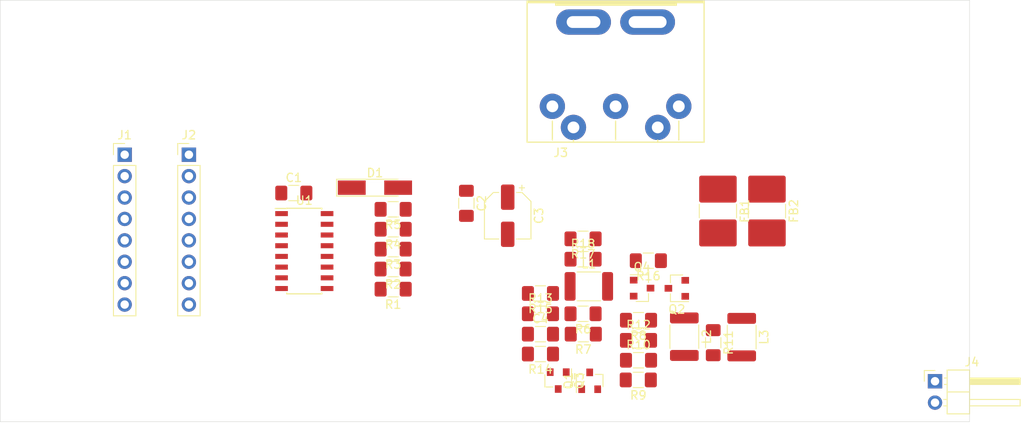
<source format=kicad_pcb>
(kicad_pcb (version 20171130) (host pcbnew "(5.1.0)-1")

  (general
    (thickness 1.6)
    (drawings 4)
    (tracks 0)
    (zones 0)
    (modules 37)
    (nets 33)
  )

  (page A4)
  (layers
    (0 F.Cu signal)
    (31 B.Cu signal)
    (32 B.Adhes user)
    (33 F.Adhes user)
    (34 B.Paste user)
    (35 F.Paste user)
    (36 B.SilkS user)
    (37 F.SilkS user)
    (38 B.Mask user)
    (39 F.Mask user)
    (40 Dwgs.User user)
    (41 Cmts.User user)
    (42 Eco1.User user)
    (43 Eco2.User user)
    (44 Edge.Cuts user)
    (45 Margin user)
    (46 B.CrtYd user)
    (47 F.CrtYd user)
    (48 B.Fab user)
    (49 F.Fab user)
  )

  (setup
    (last_trace_width 0.25)
    (trace_clearance 0.2)
    (zone_clearance 0.508)
    (zone_45_only no)
    (trace_min 0.2)
    (via_size 0.8)
    (via_drill 0.4)
    (via_min_size 0.4)
    (via_min_drill 0.3)
    (uvia_size 0.3)
    (uvia_drill 0.1)
    (uvias_allowed no)
    (uvia_min_size 0.2)
    (uvia_min_drill 0.1)
    (edge_width 0.05)
    (segment_width 0.2)
    (pcb_text_width 0.3)
    (pcb_text_size 1.5 1.5)
    (mod_edge_width 0.12)
    (mod_text_size 1 1)
    (mod_text_width 0.15)
    (pad_size 1.524 1.524)
    (pad_drill 0.762)
    (pad_to_mask_clearance 0.051)
    (solder_mask_min_width 0.25)
    (aux_axis_origin 0 0)
    (visible_elements FFFFEF7F)
    (pcbplotparams
      (layerselection 0x010fc_ffffffff)
      (usegerberextensions false)
      (usegerberattributes false)
      (usegerberadvancedattributes false)
      (creategerberjobfile false)
      (excludeedgelayer true)
      (linewidth 0.100000)
      (plotframeref false)
      (viasonmask false)
      (mode 1)
      (useauxorigin false)
      (hpglpennumber 1)
      (hpglpenspeed 20)
      (hpglpendiameter 15.000000)
      (psnegative false)
      (psa4output false)
      (plotreference true)
      (plotvalue true)
      (plotinvisibletext false)
      (padsonsilk false)
      (subtractmaskfromsilk false)
      (outputformat 1)
      (mirror false)
      (drillshape 1)
      (scaleselection 1)
      (outputdirectory ""))
  )

  (net 0 "")
  (net 1 GND)
  (net 2 LUM0)
  (net 3 LUM2)
  (net 4 LUM3)
  (net 5 LUM1)
  (net 6 CSYNC)
  (net 7 VCC)
  (net 8 "Net-(D1-Pad2)")
  (net 9 "Net-(D1-Pad1)")
  (net 10 "Net-(R1-Pad2)")
  (net 11 "Net-(R2-Pad2)")
  (net 12 "Net-(R3-Pad2)")
  (net 13 "Net-(R4-Pad2)")
  (net 14 "Net-(C2-Pad1)")
  (net 15 "Net-(C4-Pad2)")
  (net 16 "Net-(C4-Pad1)")
  (net 17 "Net-(FB1-Pad2)")
  (net 18 MONO)
  (net 19 "Net-(FB2-Pad2)")
  (net 20 CHROMA)
  (net 21 "Net-(L2-Pad2)")
  (net 22 "Net-(L2-Pad1)")
  (net 23 COLOR)
  (net 24 "Net-(L3-Pad1)")
  (net 25 "Net-(Q1-Pad3)")
  (net 26 "Net-(Q1-Pad2)")
  (net 27 "Net-(Q1-Pad1)")
  (net 28 "Net-(Q3-Pad2)")
  (net 29 "Net-(Q4-Pad2)")
  (net 30 "Net-(Q4-Pad1)")
  (net 31 COMPOSITE)
  (net 32 "Net-(J4-Pad2)")

  (net_class Default "To jest domyślna klasa połączeń."
    (clearance 0.2)
    (trace_width 0.25)
    (via_dia 0.8)
    (via_drill 0.4)
    (uvia_dia 0.3)
    (uvia_drill 0.1)
    (add_net CHROMA)
    (add_net COLOR)
    (add_net COMPOSITE)
    (add_net CSYNC)
    (add_net GND)
    (add_net LUM0)
    (add_net LUM1)
    (add_net LUM2)
    (add_net LUM3)
    (add_net MONO)
    (add_net "Net-(C2-Pad1)")
    (add_net "Net-(C4-Pad1)")
    (add_net "Net-(C4-Pad2)")
    (add_net "Net-(D1-Pad1)")
    (add_net "Net-(D1-Pad2)")
    (add_net "Net-(FB1-Pad2)")
    (add_net "Net-(FB2-Pad2)")
    (add_net "Net-(J4-Pad2)")
    (add_net "Net-(L2-Pad1)")
    (add_net "Net-(L2-Pad2)")
    (add_net "Net-(L3-Pad1)")
    (add_net "Net-(Q1-Pad1)")
    (add_net "Net-(Q1-Pad2)")
    (add_net "Net-(Q1-Pad3)")
    (add_net "Net-(Q3-Pad2)")
    (add_net "Net-(Q4-Pad1)")
    (add_net "Net-(Q4-Pad2)")
    (add_net "Net-(R1-Pad2)")
    (add_net "Net-(R2-Pad2)")
    (add_net "Net-(R3-Pad2)")
    (add_net "Net-(R4-Pad2)")
    (add_net VCC)
  )

  (module Connector_PinHeader_2.54mm:PinHeader_1x02_P2.54mm_Horizontal (layer F.Cu) (tedit 59FED5CB) (tstamp 5F446967)
    (at 190.9064 135.2042)
    (descr "Through hole angled pin header, 1x02, 2.54mm pitch, 6mm pin length, single row")
    (tags "Through hole angled pin header THT 1x02 2.54mm single row")
    (path /5F4C3527)
    (fp_text reference J4 (at 4.385 -2.27) (layer F.SilkS)
      (effects (font (size 1 1) (thickness 0.15)))
    )
    (fp_text value Conn_01x02 (at 4.385 4.81) (layer F.Fab)
      (effects (font (size 1 1) (thickness 0.15)))
    )
    (fp_text user %R (at 2.77 1.27 90) (layer F.Fab)
      (effects (font (size 1 1) (thickness 0.15)))
    )
    (fp_line (start 10.55 -1.8) (end -1.8 -1.8) (layer F.CrtYd) (width 0.05))
    (fp_line (start 10.55 4.35) (end 10.55 -1.8) (layer F.CrtYd) (width 0.05))
    (fp_line (start -1.8 4.35) (end 10.55 4.35) (layer F.CrtYd) (width 0.05))
    (fp_line (start -1.8 -1.8) (end -1.8 4.35) (layer F.CrtYd) (width 0.05))
    (fp_line (start -1.27 -1.27) (end 0 -1.27) (layer F.SilkS) (width 0.12))
    (fp_line (start -1.27 0) (end -1.27 -1.27) (layer F.SilkS) (width 0.12))
    (fp_line (start 1.042929 2.92) (end 1.44 2.92) (layer F.SilkS) (width 0.12))
    (fp_line (start 1.042929 2.16) (end 1.44 2.16) (layer F.SilkS) (width 0.12))
    (fp_line (start 10.1 2.92) (end 4.1 2.92) (layer F.SilkS) (width 0.12))
    (fp_line (start 10.1 2.16) (end 10.1 2.92) (layer F.SilkS) (width 0.12))
    (fp_line (start 4.1 2.16) (end 10.1 2.16) (layer F.SilkS) (width 0.12))
    (fp_line (start 1.44 1.27) (end 4.1 1.27) (layer F.SilkS) (width 0.12))
    (fp_line (start 1.11 0.38) (end 1.44 0.38) (layer F.SilkS) (width 0.12))
    (fp_line (start 1.11 -0.38) (end 1.44 -0.38) (layer F.SilkS) (width 0.12))
    (fp_line (start 4.1 0.28) (end 10.1 0.28) (layer F.SilkS) (width 0.12))
    (fp_line (start 4.1 0.16) (end 10.1 0.16) (layer F.SilkS) (width 0.12))
    (fp_line (start 4.1 0.04) (end 10.1 0.04) (layer F.SilkS) (width 0.12))
    (fp_line (start 4.1 -0.08) (end 10.1 -0.08) (layer F.SilkS) (width 0.12))
    (fp_line (start 4.1 -0.2) (end 10.1 -0.2) (layer F.SilkS) (width 0.12))
    (fp_line (start 4.1 -0.32) (end 10.1 -0.32) (layer F.SilkS) (width 0.12))
    (fp_line (start 10.1 0.38) (end 4.1 0.38) (layer F.SilkS) (width 0.12))
    (fp_line (start 10.1 -0.38) (end 10.1 0.38) (layer F.SilkS) (width 0.12))
    (fp_line (start 4.1 -0.38) (end 10.1 -0.38) (layer F.SilkS) (width 0.12))
    (fp_line (start 4.1 -1.33) (end 1.44 -1.33) (layer F.SilkS) (width 0.12))
    (fp_line (start 4.1 3.87) (end 4.1 -1.33) (layer F.SilkS) (width 0.12))
    (fp_line (start 1.44 3.87) (end 4.1 3.87) (layer F.SilkS) (width 0.12))
    (fp_line (start 1.44 -1.33) (end 1.44 3.87) (layer F.SilkS) (width 0.12))
    (fp_line (start 4.04 2.86) (end 10.04 2.86) (layer F.Fab) (width 0.1))
    (fp_line (start 10.04 2.22) (end 10.04 2.86) (layer F.Fab) (width 0.1))
    (fp_line (start 4.04 2.22) (end 10.04 2.22) (layer F.Fab) (width 0.1))
    (fp_line (start -0.32 2.86) (end 1.5 2.86) (layer F.Fab) (width 0.1))
    (fp_line (start -0.32 2.22) (end -0.32 2.86) (layer F.Fab) (width 0.1))
    (fp_line (start -0.32 2.22) (end 1.5 2.22) (layer F.Fab) (width 0.1))
    (fp_line (start 4.04 0.32) (end 10.04 0.32) (layer F.Fab) (width 0.1))
    (fp_line (start 10.04 -0.32) (end 10.04 0.32) (layer F.Fab) (width 0.1))
    (fp_line (start 4.04 -0.32) (end 10.04 -0.32) (layer F.Fab) (width 0.1))
    (fp_line (start -0.32 0.32) (end 1.5 0.32) (layer F.Fab) (width 0.1))
    (fp_line (start -0.32 -0.32) (end -0.32 0.32) (layer F.Fab) (width 0.1))
    (fp_line (start -0.32 -0.32) (end 1.5 -0.32) (layer F.Fab) (width 0.1))
    (fp_line (start 1.5 -0.635) (end 2.135 -1.27) (layer F.Fab) (width 0.1))
    (fp_line (start 1.5 3.81) (end 1.5 -0.635) (layer F.Fab) (width 0.1))
    (fp_line (start 4.04 3.81) (end 1.5 3.81) (layer F.Fab) (width 0.1))
    (fp_line (start 4.04 -1.27) (end 4.04 3.81) (layer F.Fab) (width 0.1))
    (fp_line (start 2.135 -1.27) (end 4.04 -1.27) (layer F.Fab) (width 0.1))
    (pad 2 thru_hole oval (at 0 2.54) (size 1.7 1.7) (drill 1) (layers *.Cu *.Mask)
      (net 32 "Net-(J4-Pad2)"))
    (pad 1 thru_hole rect (at 0 0) (size 1.7 1.7) (drill 1) (layers *.Cu *.Mask)
      (net 23 COLOR))
    (model ${KISYS3DMOD}/Connector_PinHeader_2.54mm.3dshapes/PinHeader_1x02_P2.54mm_Horizontal.wrl
      (at (xyz 0 0 0))
      (scale (xyz 1 1 1))
      (rotate (xyz 0 0 0))
    )
  )

  (module Atari:DIN_5_pin (layer F.Cu) (tedit 5E4ABF48) (tstamp 5F444FD7)
    (at 153.0096 102.5906 180)
    (path /5F4BDA90)
    (fp_text reference J3 (at 6.5 -5.5 180) (layer F.SilkS)
      (effects (font (size 1 1) (thickness 0.15)))
    )
    (fp_text value DIN-5_180degree (at -4.7 -5.5 180) (layer F.Fab)
      (effects (font (size 1 1) (thickness 0.15)))
    )
    (fp_line (start -10.6 -4.4) (end -10.6 12.5) (layer F.CrtYd) (width 0.12))
    (fp_line (start 10.6 -4.4) (end -10.6 -4.4) (layer F.CrtYd) (width 0.12))
    (fp_line (start 10.6 12.5) (end 10.6 -4.4) (layer F.CrtYd) (width 0.12))
    (fp_line (start -10.6 12.5) (end 10.6 12.5) (layer F.CrtYd) (width 0.12))
    (fp_line (start 7.1 12) (end 7.1 12.3) (layer F.SilkS) (width 0.15))
    (fp_line (start -7.2 12) (end 7.1 12) (layer F.SilkS) (width 0.15))
    (fp_line (start -7.2 12.3) (end -7.2 12) (layer F.SilkS) (width 0.15))
    (fp_line (start -7.2 12.1) (end -7.2 12.3) (layer F.SilkS) (width 0.15))
    (fp_line (start 7.1 12.1) (end 7.1 12.3) (layer F.SilkS) (width 0.15))
    (fp_line (start -7.2 12.1) (end 7.1 12.1) (layer F.SilkS) (width 0.15))
    (fp_line (start -7.2 12.2) (end 7.1 12.2) (layer F.SilkS) (width 0.15))
    (fp_line (start -10.5 12.3) (end 10.4 12.3) (layer F.SilkS) (width 0.15))
    (fp_line (start -10.5 12.4) (end 10.4 12.4) (layer F.SilkS) (width 0.15))
    (fp_line (start 5 -4.25) (end 5 -4) (layer F.SilkS) (width 0.15))
    (fp_line (start -5 -4.25) (end -5 -4) (layer F.SilkS) (width 0.15))
    (fp_line (start -7.5 -1.75) (end -7.5 -4) (layer F.SilkS) (width 0.15))
    (fp_line (start 7.5 -1.75) (end 7.5 -4) (layer F.SilkS) (width 0.15))
    (fp_line (start 0 -1.75) (end 0 -4) (layer F.SilkS) (width 0.15))
    (fp_line (start -10.5 12.5) (end 10.5 12.5) (layer F.SilkS) (width 0.15))
    (fp_line (start -10.5 -4.25) (end -10.5 12.5) (layer F.SilkS) (width 0.15))
    (fp_line (start 10.5 -4.25) (end 10.5 12.5) (layer F.SilkS) (width 0.15))
    (fp_line (start 10.5 -4.25) (end -10.5 -4.25) (layer F.SilkS) (width 0.15))
    (pad "" np_thru_hole circle (at 7.5 5 180) (size 2.4 2.4) (drill 2.4) (layers *.Cu *.Mask))
    (pad "" np_thru_hole circle (at -7.5 5 180) (size 2.4 2.4) (drill 2.4) (layers *.Cu *.Mask))
    (pad "" thru_hole oval (at 3.8 10 180) (size 6.5 3) (drill oval 4 1.4) (layers *.Cu *.Mask))
    (pad "" thru_hole oval (at -3.8 10 180) (size 6.5 3) (drill oval 4.5 1.4) (layers *.Cu *.Mask))
    (pad 4 thru_hole circle (at 5 -2.5 180) (size 3 3) (drill 1.4) (layers *.Cu *.Mask)
      (net 31 COMPOSITE))
    (pad 5 thru_hole circle (at -5 -2.5 180) (size 3 3) (drill 1.4) (layers *.Cu *.Mask)
      (net 20 CHROMA))
    (pad 3 thru_hole circle (at -7.5 0 180) (size 3 3) (drill 1.4) (layers *.Cu *.Mask))
    (pad 1 thru_hole circle (at 7.5 0 180) (size 3 3) (drill 1.4) (layers *.Cu *.Mask)
      (net 18 MONO))
    (pad 2 thru_hole circle (at 0 0 180) (size 3 3) (drill 1.4) (layers *.Cu *.Mask)
      (net 1 GND))
  )

  (module Resistor_SMD:R_1206_3216Metric_Pad1.42x1.75mm_HandSolder (layer F.Cu) (tedit 5B301BBD) (tstamp 5F443256)
    (at 149.1488 120.7262)
    (descr "Resistor SMD 1206 (3216 Metric), square (rectangular) end terminal, IPC_7351 nominal with elongated pad for handsoldering. (Body size source: http://www.tortai-tech.com/upload/download/2011102023233369053.pdf), generated with kicad-footprint-generator")
    (tags "resistor handsolder")
    (path /5F48F224)
    (attr smd)
    (fp_text reference R18 (at 0 -1.82) (layer F.SilkS)
      (effects (font (size 1 1) (thickness 0.15)))
    )
    (fp_text value 150 (at 0 1.82) (layer F.Fab)
      (effects (font (size 1 1) (thickness 0.15)))
    )
    (fp_text user %R (at 0 0) (layer F.Fab)
      (effects (font (size 0.8 0.8) (thickness 0.12)))
    )
    (fp_line (start 2.45 1.12) (end -2.45 1.12) (layer F.CrtYd) (width 0.05))
    (fp_line (start 2.45 -1.12) (end 2.45 1.12) (layer F.CrtYd) (width 0.05))
    (fp_line (start -2.45 -1.12) (end 2.45 -1.12) (layer F.CrtYd) (width 0.05))
    (fp_line (start -2.45 1.12) (end -2.45 -1.12) (layer F.CrtYd) (width 0.05))
    (fp_line (start -0.602064 0.91) (end 0.602064 0.91) (layer F.SilkS) (width 0.12))
    (fp_line (start -0.602064 -0.91) (end 0.602064 -0.91) (layer F.SilkS) (width 0.12))
    (fp_line (start 1.6 0.8) (end -1.6 0.8) (layer F.Fab) (width 0.1))
    (fp_line (start 1.6 -0.8) (end 1.6 0.8) (layer F.Fab) (width 0.1))
    (fp_line (start -1.6 -0.8) (end 1.6 -0.8) (layer F.Fab) (width 0.1))
    (fp_line (start -1.6 0.8) (end -1.6 -0.8) (layer F.Fab) (width 0.1))
    (pad 2 smd roundrect (at 1.4875 0) (size 1.425 1.75) (layers F.Cu F.Paste F.Mask) (roundrect_rratio 0.175439)
      (net 29 "Net-(Q4-Pad2)"))
    (pad 1 smd roundrect (at -1.4875 0) (size 1.425 1.75) (layers F.Cu F.Paste F.Mask) (roundrect_rratio 0.175439)
      (net 19 "Net-(FB2-Pad2)"))
    (model ${KISYS3DMOD}/Resistor_SMD.3dshapes/R_1206_3216Metric.wrl
      (at (xyz 0 0 0))
      (scale (xyz 1 1 1))
      (rotate (xyz 0 0 0))
    )
  )

  (module Resistor_SMD:R_1206_3216Metric_Pad1.42x1.75mm_HandSolder (layer F.Cu) (tedit 5B301BBD) (tstamp 5F443245)
    (at 149.1488 118.3132 180)
    (descr "Resistor SMD 1206 (3216 Metric), square (rectangular) end terminal, IPC_7351 nominal with elongated pad for handsoldering. (Body size source: http://www.tortai-tech.com/upload/download/2011102023233369053.pdf), generated with kicad-footprint-generator")
    (tags "resistor handsolder")
    (path /5F48EA40)
    (attr smd)
    (fp_text reference R17 (at 0 -1.82 180) (layer F.SilkS)
      (effects (font (size 1 1) (thickness 0.15)))
    )
    (fp_text value 180 (at 0 1.82 180) (layer F.Fab)
      (effects (font (size 1 1) (thickness 0.15)))
    )
    (fp_text user %R (at 0 0 180) (layer F.Fab)
      (effects (font (size 0.8 0.8) (thickness 0.12)))
    )
    (fp_line (start 2.45 1.12) (end -2.45 1.12) (layer F.CrtYd) (width 0.05))
    (fp_line (start 2.45 -1.12) (end 2.45 1.12) (layer F.CrtYd) (width 0.05))
    (fp_line (start -2.45 -1.12) (end 2.45 -1.12) (layer F.CrtYd) (width 0.05))
    (fp_line (start -2.45 1.12) (end -2.45 -1.12) (layer F.CrtYd) (width 0.05))
    (fp_line (start -0.602064 0.91) (end 0.602064 0.91) (layer F.SilkS) (width 0.12))
    (fp_line (start -0.602064 -0.91) (end 0.602064 -0.91) (layer F.SilkS) (width 0.12))
    (fp_line (start 1.6 0.8) (end -1.6 0.8) (layer F.Fab) (width 0.1))
    (fp_line (start 1.6 -0.8) (end 1.6 0.8) (layer F.Fab) (width 0.1))
    (fp_line (start -1.6 -0.8) (end 1.6 -0.8) (layer F.Fab) (width 0.1))
    (fp_line (start -1.6 0.8) (end -1.6 -0.8) (layer F.Fab) (width 0.1))
    (pad 2 smd roundrect (at 1.4875 0 180) (size 1.425 1.75) (layers F.Cu F.Paste F.Mask) (roundrect_rratio 0.175439)
      (net 1 GND))
    (pad 1 smd roundrect (at -1.4875 0 180) (size 1.425 1.75) (layers F.Cu F.Paste F.Mask) (roundrect_rratio 0.175439)
      (net 29 "Net-(Q4-Pad2)"))
    (model ${KISYS3DMOD}/Resistor_SMD.3dshapes/R_1206_3216Metric.wrl
      (at (xyz 0 0 0))
      (scale (xyz 1 1 1))
      (rotate (xyz 0 0 0))
    )
  )

  (module Resistor_SMD:R_1206_3216Metric_Pad1.42x1.75mm_HandSolder (layer F.Cu) (tedit 5B301BBD) (tstamp 5F443234)
    (at 156.8958 120.904 180)
    (descr "Resistor SMD 1206 (3216 Metric), square (rectangular) end terminal, IPC_7351 nominal with elongated pad for handsoldering. (Body size source: http://www.tortai-tech.com/upload/download/2011102023233369053.pdf), generated with kicad-footprint-generator")
    (tags "resistor handsolder")
    (path /5F48AB7D)
    (attr smd)
    (fp_text reference R16 (at 0 -1.82 180) (layer F.SilkS)
      (effects (font (size 1 1) (thickness 0.15)))
    )
    (fp_text value 6k8 (at 0 1.82 180) (layer F.Fab)
      (effects (font (size 1 1) (thickness 0.15)))
    )
    (fp_text user %R (at 0 0 180) (layer F.Fab)
      (effects (font (size 0.8 0.8) (thickness 0.12)))
    )
    (fp_line (start 2.45 1.12) (end -2.45 1.12) (layer F.CrtYd) (width 0.05))
    (fp_line (start 2.45 -1.12) (end 2.45 1.12) (layer F.CrtYd) (width 0.05))
    (fp_line (start -2.45 -1.12) (end 2.45 -1.12) (layer F.CrtYd) (width 0.05))
    (fp_line (start -2.45 1.12) (end -2.45 -1.12) (layer F.CrtYd) (width 0.05))
    (fp_line (start -0.602064 0.91) (end 0.602064 0.91) (layer F.SilkS) (width 0.12))
    (fp_line (start -0.602064 -0.91) (end 0.602064 -0.91) (layer F.SilkS) (width 0.12))
    (fp_line (start 1.6 0.8) (end -1.6 0.8) (layer F.Fab) (width 0.1))
    (fp_line (start 1.6 -0.8) (end 1.6 0.8) (layer F.Fab) (width 0.1))
    (fp_line (start -1.6 -0.8) (end 1.6 -0.8) (layer F.Fab) (width 0.1))
    (fp_line (start -1.6 0.8) (end -1.6 -0.8) (layer F.Fab) (width 0.1))
    (pad 2 smd roundrect (at 1.4875 0 180) (size 1.425 1.75) (layers F.Cu F.Paste F.Mask) (roundrect_rratio 0.175439)
      (net 30 "Net-(Q4-Pad1)"))
    (pad 1 smd roundrect (at -1.4875 0 180) (size 1.425 1.75) (layers F.Cu F.Paste F.Mask) (roundrect_rratio 0.175439)
      (net 24 "Net-(L3-Pad1)"))
    (model ${KISYS3DMOD}/Resistor_SMD.3dshapes/R_1206_3216Metric.wrl
      (at (xyz 0 0 0))
      (scale (xyz 1 1 1))
      (rotate (xyz 0 0 0))
    )
  )

  (module Resistor_SMD:R_1206_3216Metric_Pad1.42x1.75mm_HandSolder (layer F.Cu) (tedit 5B301BBD) (tstamp 5F443223)
    (at 144.0942 124.7902 180)
    (descr "Resistor SMD 1206 (3216 Metric), square (rectangular) end terminal, IPC_7351 nominal with elongated pad for handsoldering. (Body size source: http://www.tortai-tech.com/upload/download/2011102023233369053.pdf), generated with kicad-footprint-generator")
    (tags "resistor handsolder")
    (path /5F47B28E)
    (attr smd)
    (fp_text reference R15 (at 0 -1.82 180) (layer F.SilkS)
      (effects (font (size 1 1) (thickness 0.15)))
    )
    (fp_text value 82 (at 0 1.82 180) (layer F.Fab)
      (effects (font (size 1 1) (thickness 0.15)))
    )
    (fp_text user %R (at 0 0 180) (layer F.Fab)
      (effects (font (size 0.8 0.8) (thickness 0.12)))
    )
    (fp_line (start 2.45 1.12) (end -2.45 1.12) (layer F.CrtYd) (width 0.05))
    (fp_line (start 2.45 -1.12) (end 2.45 1.12) (layer F.CrtYd) (width 0.05))
    (fp_line (start -2.45 -1.12) (end 2.45 -1.12) (layer F.CrtYd) (width 0.05))
    (fp_line (start -2.45 1.12) (end -2.45 -1.12) (layer F.CrtYd) (width 0.05))
    (fp_line (start -0.602064 0.91) (end 0.602064 0.91) (layer F.SilkS) (width 0.12))
    (fp_line (start -0.602064 -0.91) (end 0.602064 -0.91) (layer F.SilkS) (width 0.12))
    (fp_line (start 1.6 0.8) (end -1.6 0.8) (layer F.Fab) (width 0.1))
    (fp_line (start 1.6 -0.8) (end 1.6 0.8) (layer F.Fab) (width 0.1))
    (fp_line (start -1.6 -0.8) (end 1.6 -0.8) (layer F.Fab) (width 0.1))
    (fp_line (start -1.6 0.8) (end -1.6 -0.8) (layer F.Fab) (width 0.1))
    (pad 2 smd roundrect (at 1.4875 0 180) (size 1.425 1.75) (layers F.Cu F.Paste F.Mask) (roundrect_rratio 0.175439)
      (net 1 GND))
    (pad 1 smd roundrect (at -1.4875 0 180) (size 1.425 1.75) (layers F.Cu F.Paste F.Mask) (roundrect_rratio 0.175439)
      (net 31 COMPOSITE))
    (model ${KISYS3DMOD}/Resistor_SMD.3dshapes/R_1206_3216Metric.wrl
      (at (xyz 0 0 0))
      (scale (xyz 1 1 1))
      (rotate (xyz 0 0 0))
    )
  )

  (module Resistor_SMD:R_1206_3216Metric_Pad1.42x1.75mm_HandSolder (layer F.Cu) (tedit 5B301BBD) (tstamp 5F443212)
    (at 144.0942 131.9784 180)
    (descr "Resistor SMD 1206 (3216 Metric), square (rectangular) end terminal, IPC_7351 nominal with elongated pad for handsoldering. (Body size source: http://www.tortai-tech.com/upload/download/2011102023233369053.pdf), generated with kicad-footprint-generator")
    (tags "resistor handsolder")
    (path /5F47AC2B)
    (attr smd)
    (fp_text reference R14 (at 0 -1.82 180) (layer F.SilkS)
      (effects (font (size 1 1) (thickness 0.15)))
    )
    (fp_text value 33 (at 0 1.82 180) (layer F.Fab)
      (effects (font (size 1 1) (thickness 0.15)))
    )
    (fp_text user %R (at 0 0 180) (layer F.Fab)
      (effects (font (size 0.8 0.8) (thickness 0.12)))
    )
    (fp_line (start 2.45 1.12) (end -2.45 1.12) (layer F.CrtYd) (width 0.05))
    (fp_line (start 2.45 -1.12) (end 2.45 1.12) (layer F.CrtYd) (width 0.05))
    (fp_line (start -2.45 -1.12) (end 2.45 -1.12) (layer F.CrtYd) (width 0.05))
    (fp_line (start -2.45 1.12) (end -2.45 -1.12) (layer F.CrtYd) (width 0.05))
    (fp_line (start -0.602064 0.91) (end 0.602064 0.91) (layer F.SilkS) (width 0.12))
    (fp_line (start -0.602064 -0.91) (end 0.602064 -0.91) (layer F.SilkS) (width 0.12))
    (fp_line (start 1.6 0.8) (end -1.6 0.8) (layer F.Fab) (width 0.1))
    (fp_line (start 1.6 -0.8) (end 1.6 0.8) (layer F.Fab) (width 0.1))
    (fp_line (start -1.6 -0.8) (end 1.6 -0.8) (layer F.Fab) (width 0.1))
    (fp_line (start -1.6 0.8) (end -1.6 -0.8) (layer F.Fab) (width 0.1))
    (pad 2 smd roundrect (at 1.4875 0 180) (size 1.425 1.75) (layers F.Cu F.Paste F.Mask) (roundrect_rratio 0.175439)
      (net 16 "Net-(C4-Pad1)"))
    (pad 1 smd roundrect (at -1.4875 0 180) (size 1.425 1.75) (layers F.Cu F.Paste F.Mask) (roundrect_rratio 0.175439)
      (net 28 "Net-(Q3-Pad2)"))
    (model ${KISYS3DMOD}/Resistor_SMD.3dshapes/R_1206_3216Metric.wrl
      (at (xyz 0 0 0))
      (scale (xyz 1 1 1))
      (rotate (xyz 0 0 0))
    )
  )

  (module Resistor_SMD:R_1206_3216Metric_Pad1.42x1.75mm_HandSolder (layer F.Cu) (tedit 5B301BBD) (tstamp 5F443201)
    (at 144.0942 127.2032)
    (descr "Resistor SMD 1206 (3216 Metric), square (rectangular) end terminal, IPC_7351 nominal with elongated pad for handsoldering. (Body size source: http://www.tortai-tech.com/upload/download/2011102023233369053.pdf), generated with kicad-footprint-generator")
    (tags "resistor handsolder")
    (path /5F47A4E5)
    (attr smd)
    (fp_text reference R13 (at 0 -1.82) (layer F.SilkS)
      (effects (font (size 1 1) (thickness 0.15)))
    )
    (fp_text value 18 (at 0 1.82) (layer F.Fab)
      (effects (font (size 1 1) (thickness 0.15)))
    )
    (fp_text user %R (at 0 0) (layer F.Fab)
      (effects (font (size 0.8 0.8) (thickness 0.12)))
    )
    (fp_line (start 2.45 1.12) (end -2.45 1.12) (layer F.CrtYd) (width 0.05))
    (fp_line (start 2.45 -1.12) (end 2.45 1.12) (layer F.CrtYd) (width 0.05))
    (fp_line (start -2.45 -1.12) (end 2.45 -1.12) (layer F.CrtYd) (width 0.05))
    (fp_line (start -2.45 1.12) (end -2.45 -1.12) (layer F.CrtYd) (width 0.05))
    (fp_line (start -0.602064 0.91) (end 0.602064 0.91) (layer F.SilkS) (width 0.12))
    (fp_line (start -0.602064 -0.91) (end 0.602064 -0.91) (layer F.SilkS) (width 0.12))
    (fp_line (start 1.6 0.8) (end -1.6 0.8) (layer F.Fab) (width 0.1))
    (fp_line (start 1.6 -0.8) (end 1.6 0.8) (layer F.Fab) (width 0.1))
    (fp_line (start -1.6 -0.8) (end 1.6 -0.8) (layer F.Fab) (width 0.1))
    (fp_line (start -1.6 0.8) (end -1.6 -0.8) (layer F.Fab) (width 0.1))
    (pad 2 smd roundrect (at 1.4875 0) (size 1.425 1.75) (layers F.Cu F.Paste F.Mask) (roundrect_rratio 0.175439)
      (net 31 COMPOSITE))
    (pad 1 smd roundrect (at -1.4875 0) (size 1.425 1.75) (layers F.Cu F.Paste F.Mask) (roundrect_rratio 0.175439)
      (net 16 "Net-(C4-Pad1)"))
    (model ${KISYS3DMOD}/Resistor_SMD.3dshapes/R_1206_3216Metric.wrl
      (at (xyz 0 0 0))
      (scale (xyz 1 1 1))
      (rotate (xyz 0 0 0))
    )
  )

  (module Resistor_SMD:R_1206_3216Metric_Pad1.42x1.75mm_HandSolder (layer F.Cu) (tedit 5B301BBD) (tstamp 5F4431F0)
    (at 155.7274 130.3528)
    (descr "Resistor SMD 1206 (3216 Metric), square (rectangular) end terminal, IPC_7351 nominal with elongated pad for handsoldering. (Body size source: http://www.tortai-tech.com/upload/download/2011102023233369053.pdf), generated with kicad-footprint-generator")
    (tags "resistor handsolder")
    (path /5F47793A)
    (attr smd)
    (fp_text reference R12 (at 0 -1.82) (layer F.SilkS)
      (effects (font (size 1 1) (thickness 0.15)))
    )
    (fp_text value 180 (at 0 1.82) (layer F.Fab)
      (effects (font (size 1 1) (thickness 0.15)))
    )
    (fp_text user %R (at 0 0) (layer F.Fab)
      (effects (font (size 0.8 0.8) (thickness 0.12)))
    )
    (fp_line (start 2.45 1.12) (end -2.45 1.12) (layer F.CrtYd) (width 0.05))
    (fp_line (start 2.45 -1.12) (end 2.45 1.12) (layer F.CrtYd) (width 0.05))
    (fp_line (start -2.45 -1.12) (end 2.45 -1.12) (layer F.CrtYd) (width 0.05))
    (fp_line (start -2.45 1.12) (end -2.45 -1.12) (layer F.CrtYd) (width 0.05))
    (fp_line (start -0.602064 0.91) (end 0.602064 0.91) (layer F.SilkS) (width 0.12))
    (fp_line (start -0.602064 -0.91) (end 0.602064 -0.91) (layer F.SilkS) (width 0.12))
    (fp_line (start 1.6 0.8) (end -1.6 0.8) (layer F.Fab) (width 0.1))
    (fp_line (start 1.6 -0.8) (end 1.6 0.8) (layer F.Fab) (width 0.1))
    (fp_line (start -1.6 -0.8) (end 1.6 -0.8) (layer F.Fab) (width 0.1))
    (fp_line (start -1.6 0.8) (end -1.6 -0.8) (layer F.Fab) (width 0.1))
    (pad 2 smd roundrect (at 1.4875 0) (size 1.425 1.75) (layers F.Cu F.Paste F.Mask) (roundrect_rratio 0.175439)
      (net 1 GND))
    (pad 1 smd roundrect (at -1.4875 0) (size 1.425 1.75) (layers F.Cu F.Paste F.Mask) (roundrect_rratio 0.175439)
      (net 15 "Net-(C4-Pad2)"))
    (model ${KISYS3DMOD}/Resistor_SMD.3dshapes/R_1206_3216Metric.wrl
      (at (xyz 0 0 0))
      (scale (xyz 1 1 1))
      (rotate (xyz 0 0 0))
    )
  )

  (module Resistor_SMD:R_1206_3216Metric_Pad1.42x1.75mm_HandSolder (layer F.Cu) (tedit 5B301BBD) (tstamp 5F4431DF)
    (at 164.592 130.6322 270)
    (descr "Resistor SMD 1206 (3216 Metric), square (rectangular) end terminal, IPC_7351 nominal with elongated pad for handsoldering. (Body size source: http://www.tortai-tech.com/upload/download/2011102023233369053.pdf), generated with kicad-footprint-generator")
    (tags "resistor handsolder")
    (path /5F472F48)
    (attr smd)
    (fp_text reference R11 (at 0 -1.82 270) (layer F.SilkS)
      (effects (font (size 1 1) (thickness 0.15)))
    )
    (fp_text value 5k6 (at 0 1.82 270) (layer F.Fab)
      (effects (font (size 1 1) (thickness 0.15)))
    )
    (fp_text user %R (at 0 0 270) (layer F.Fab)
      (effects (font (size 0.8 0.8) (thickness 0.12)))
    )
    (fp_line (start 2.45 1.12) (end -2.45 1.12) (layer F.CrtYd) (width 0.05))
    (fp_line (start 2.45 -1.12) (end 2.45 1.12) (layer F.CrtYd) (width 0.05))
    (fp_line (start -2.45 -1.12) (end 2.45 -1.12) (layer F.CrtYd) (width 0.05))
    (fp_line (start -2.45 1.12) (end -2.45 -1.12) (layer F.CrtYd) (width 0.05))
    (fp_line (start -0.602064 0.91) (end 0.602064 0.91) (layer F.SilkS) (width 0.12))
    (fp_line (start -0.602064 -0.91) (end 0.602064 -0.91) (layer F.SilkS) (width 0.12))
    (fp_line (start 1.6 0.8) (end -1.6 0.8) (layer F.Fab) (width 0.1))
    (fp_line (start 1.6 -0.8) (end 1.6 0.8) (layer F.Fab) (width 0.1))
    (fp_line (start -1.6 -0.8) (end 1.6 -0.8) (layer F.Fab) (width 0.1))
    (fp_line (start -1.6 0.8) (end -1.6 -0.8) (layer F.Fab) (width 0.1))
    (pad 2 smd roundrect (at 1.4875 0 270) (size 1.425 1.75) (layers F.Cu F.Paste F.Mask) (roundrect_rratio 0.175439)
      (net 21 "Net-(L2-Pad2)"))
    (pad 1 smd roundrect (at -1.4875 0 270) (size 1.425 1.75) (layers F.Cu F.Paste F.Mask) (roundrect_rratio 0.175439)
      (net 23 COLOR))
    (model ${KISYS3DMOD}/Resistor_SMD.3dshapes/R_1206_3216Metric.wrl
      (at (xyz 0 0 0))
      (scale (xyz 1 1 1))
      (rotate (xyz 0 0 0))
    )
  )

  (module Resistor_SMD:R_1206_3216Metric_Pad1.42x1.75mm_HandSolder (layer F.Cu) (tedit 5B301BBD) (tstamp 5F4431CE)
    (at 155.7274 132.715)
    (descr "Resistor SMD 1206 (3216 Metric), square (rectangular) end terminal, IPC_7351 nominal with elongated pad for handsoldering. (Body size source: http://www.tortai-tech.com/upload/download/2011102023233369053.pdf), generated with kicad-footprint-generator")
    (tags "resistor handsolder")
    (path /5F46FC54)
    (attr smd)
    (fp_text reference R10 (at 0 -1.82) (layer F.SilkS)
      (effects (font (size 1 1) (thickness 0.15)))
    )
    (fp_text value 47 (at 0 1.82) (layer F.Fab)
      (effects (font (size 1 1) (thickness 0.15)))
    )
    (fp_text user %R (at 0 0) (layer F.Fab)
      (effects (font (size 0.8 0.8) (thickness 0.12)))
    )
    (fp_line (start 2.45 1.12) (end -2.45 1.12) (layer F.CrtYd) (width 0.05))
    (fp_line (start 2.45 -1.12) (end 2.45 1.12) (layer F.CrtYd) (width 0.05))
    (fp_line (start -2.45 -1.12) (end 2.45 -1.12) (layer F.CrtYd) (width 0.05))
    (fp_line (start -2.45 1.12) (end -2.45 -1.12) (layer F.CrtYd) (width 0.05))
    (fp_line (start -0.602064 0.91) (end 0.602064 0.91) (layer F.SilkS) (width 0.12))
    (fp_line (start -0.602064 -0.91) (end 0.602064 -0.91) (layer F.SilkS) (width 0.12))
    (fp_line (start 1.6 0.8) (end -1.6 0.8) (layer F.Fab) (width 0.1))
    (fp_line (start 1.6 -0.8) (end 1.6 0.8) (layer F.Fab) (width 0.1))
    (fp_line (start -1.6 -0.8) (end 1.6 -0.8) (layer F.Fab) (width 0.1))
    (fp_line (start -1.6 0.8) (end -1.6 -0.8) (layer F.Fab) (width 0.1))
    (pad 2 smd roundrect (at 1.4875 0) (size 1.425 1.75) (layers F.Cu F.Paste F.Mask) (roundrect_rratio 0.175439)
      (net 17 "Net-(FB1-Pad2)"))
    (pad 1 smd roundrect (at -1.4875 0) (size 1.425 1.75) (layers F.Cu F.Paste F.Mask) (roundrect_rratio 0.175439)
      (net 26 "Net-(Q1-Pad2)"))
    (model ${KISYS3DMOD}/Resistor_SMD.3dshapes/R_1206_3216Metric.wrl
      (at (xyz 0 0 0))
      (scale (xyz 1 1 1))
      (rotate (xyz 0 0 0))
    )
  )

  (module Resistor_SMD:R_1206_3216Metric_Pad1.42x1.75mm_HandSolder (layer F.Cu) (tedit 5B301BBD) (tstamp 5F4431BD)
    (at 155.702 135.0518 180)
    (descr "Resistor SMD 1206 (3216 Metric), square (rectangular) end terminal, IPC_7351 nominal with elongated pad for handsoldering. (Body size source: http://www.tortai-tech.com/upload/download/2011102023233369053.pdf), generated with kicad-footprint-generator")
    (tags "resistor handsolder")
    (path /5F46D990)
    (attr smd)
    (fp_text reference R9 (at 0 -1.82 180) (layer F.SilkS)
      (effects (font (size 1 1) (thickness 0.15)))
    )
    (fp_text value 100 (at 0 1.82 180) (layer F.Fab)
      (effects (font (size 1 1) (thickness 0.15)))
    )
    (fp_text user %R (at 0 0 180) (layer F.Fab)
      (effects (font (size 0.8 0.8) (thickness 0.12)))
    )
    (fp_line (start 2.45 1.12) (end -2.45 1.12) (layer F.CrtYd) (width 0.05))
    (fp_line (start 2.45 -1.12) (end 2.45 1.12) (layer F.CrtYd) (width 0.05))
    (fp_line (start -2.45 -1.12) (end 2.45 -1.12) (layer F.CrtYd) (width 0.05))
    (fp_line (start -2.45 1.12) (end -2.45 -1.12) (layer F.CrtYd) (width 0.05))
    (fp_line (start -0.602064 0.91) (end 0.602064 0.91) (layer F.SilkS) (width 0.12))
    (fp_line (start -0.602064 -0.91) (end 0.602064 -0.91) (layer F.SilkS) (width 0.12))
    (fp_line (start 1.6 0.8) (end -1.6 0.8) (layer F.Fab) (width 0.1))
    (fp_line (start 1.6 -0.8) (end 1.6 0.8) (layer F.Fab) (width 0.1))
    (fp_line (start -1.6 -0.8) (end 1.6 -0.8) (layer F.Fab) (width 0.1))
    (fp_line (start -1.6 0.8) (end -1.6 -0.8) (layer F.Fab) (width 0.1))
    (pad 2 smd roundrect (at 1.4875 0 180) (size 1.425 1.75) (layers F.Cu F.Paste F.Mask) (roundrect_rratio 0.175439)
      (net 26 "Net-(Q1-Pad2)"))
    (pad 1 smd roundrect (at -1.4875 0 180) (size 1.425 1.75) (layers F.Cu F.Paste F.Mask) (roundrect_rratio 0.175439)
      (net 1 GND))
    (model ${KISYS3DMOD}/Resistor_SMD.3dshapes/R_1206_3216Metric.wrl
      (at (xyz 0 0 0))
      (scale (xyz 1 1 1))
      (rotate (xyz 0 0 0))
    )
  )

  (module Resistor_SMD:R_1206_3216Metric_Pad1.42x1.75mm_HandSolder (layer F.Cu) (tedit 5B301BBD) (tstamp 5F4431AC)
    (at 155.7274 127.9652 180)
    (descr "Resistor SMD 1206 (3216 Metric), square (rectangular) end terminal, IPC_7351 nominal with elongated pad for handsoldering. (Body size source: http://www.tortai-tech.com/upload/download/2011102023233369053.pdf), generated with kicad-footprint-generator")
    (tags "resistor handsolder")
    (path /5F46CC16)
    (attr smd)
    (fp_text reference R8 (at 0 -1.82 180) (layer F.SilkS)
      (effects (font (size 1 1) (thickness 0.15)))
    )
    (fp_text value 2k (at 0 1.82 180) (layer F.Fab)
      (effects (font (size 1 1) (thickness 0.15)))
    )
    (fp_text user %R (at 0 0 180) (layer F.Fab)
      (effects (font (size 0.8 0.8) (thickness 0.12)))
    )
    (fp_line (start 2.45 1.12) (end -2.45 1.12) (layer F.CrtYd) (width 0.05))
    (fp_line (start 2.45 -1.12) (end 2.45 1.12) (layer F.CrtYd) (width 0.05))
    (fp_line (start -2.45 -1.12) (end 2.45 -1.12) (layer F.CrtYd) (width 0.05))
    (fp_line (start -2.45 1.12) (end -2.45 -1.12) (layer F.CrtYd) (width 0.05))
    (fp_line (start -0.602064 0.91) (end 0.602064 0.91) (layer F.SilkS) (width 0.12))
    (fp_line (start -0.602064 -0.91) (end 0.602064 -0.91) (layer F.SilkS) (width 0.12))
    (fp_line (start 1.6 0.8) (end -1.6 0.8) (layer F.Fab) (width 0.1))
    (fp_line (start 1.6 -0.8) (end 1.6 0.8) (layer F.Fab) (width 0.1))
    (fp_line (start -1.6 -0.8) (end 1.6 -0.8) (layer F.Fab) (width 0.1))
    (fp_line (start -1.6 0.8) (end -1.6 -0.8) (layer F.Fab) (width 0.1))
    (pad 2 smd roundrect (at 1.4875 0 180) (size 1.425 1.75) (layers F.Cu F.Paste F.Mask) (roundrect_rratio 0.175439)
      (net 27 "Net-(Q1-Pad1)"))
    (pad 1 smd roundrect (at -1.4875 0 180) (size 1.425 1.75) (layers F.Cu F.Paste F.Mask) (roundrect_rratio 0.175439)
      (net 1 GND))
    (model ${KISYS3DMOD}/Resistor_SMD.3dshapes/R_1206_3216Metric.wrl
      (at (xyz 0 0 0))
      (scale (xyz 1 1 1))
      (rotate (xyz 0 0 0))
    )
  )

  (module Resistor_SMD:R_1206_3216Metric_Pad1.42x1.75mm_HandSolder (layer F.Cu) (tedit 5B301BBD) (tstamp 5F44319B)
    (at 149.1742 129.6162 180)
    (descr "Resistor SMD 1206 (3216 Metric), square (rectangular) end terminal, IPC_7351 nominal with elongated pad for handsoldering. (Body size source: http://www.tortai-tech.com/upload/download/2011102023233369053.pdf), generated with kicad-footprint-generator")
    (tags "resistor handsolder")
    (path /5F46A543)
    (attr smd)
    (fp_text reference R7 (at 0 -1.82 180) (layer F.SilkS)
      (effects (font (size 1 1) (thickness 0.15)))
    )
    (fp_text value 51 (at 0 1.82 180) (layer F.Fab)
      (effects (font (size 1 1) (thickness 0.15)))
    )
    (fp_text user %R (at 0 0 180) (layer F.Fab)
      (effects (font (size 0.8 0.8) (thickness 0.12)))
    )
    (fp_line (start 2.45 1.12) (end -2.45 1.12) (layer F.CrtYd) (width 0.05))
    (fp_line (start 2.45 -1.12) (end 2.45 1.12) (layer F.CrtYd) (width 0.05))
    (fp_line (start -2.45 -1.12) (end 2.45 -1.12) (layer F.CrtYd) (width 0.05))
    (fp_line (start -2.45 1.12) (end -2.45 -1.12) (layer F.CrtYd) (width 0.05))
    (fp_line (start -0.602064 0.91) (end 0.602064 0.91) (layer F.SilkS) (width 0.12))
    (fp_line (start -0.602064 -0.91) (end 0.602064 -0.91) (layer F.SilkS) (width 0.12))
    (fp_line (start 1.6 0.8) (end -1.6 0.8) (layer F.Fab) (width 0.1))
    (fp_line (start 1.6 -0.8) (end 1.6 0.8) (layer F.Fab) (width 0.1))
    (fp_line (start -1.6 -0.8) (end 1.6 -0.8) (layer F.Fab) (width 0.1))
    (fp_line (start -1.6 0.8) (end -1.6 -0.8) (layer F.Fab) (width 0.1))
    (pad 2 smd roundrect (at 1.4875 0 180) (size 1.425 1.75) (layers F.Cu F.Paste F.Mask) (roundrect_rratio 0.175439)
      (net 14 "Net-(C2-Pad1)"))
    (pad 1 smd roundrect (at -1.4875 0 180) (size 1.425 1.75) (layers F.Cu F.Paste F.Mask) (roundrect_rratio 0.175439)
      (net 25 "Net-(Q1-Pad3)"))
    (model ${KISYS3DMOD}/Resistor_SMD.3dshapes/R_1206_3216Metric.wrl
      (at (xyz 0 0 0))
      (scale (xyz 1 1 1))
      (rotate (xyz 0 0 0))
    )
  )

  (module Package_TO_SOT_SMD:SOT-23 (layer F.Cu) (tedit 5A02FF57) (tstamp 5F4430CA)
    (at 156.1524 124.1592)
    (descr "SOT-23, Standard")
    (tags SOT-23)
    (path /5F48C250)
    (attr smd)
    (fp_text reference Q4 (at 0 -2.5) (layer F.SilkS)
      (effects (font (size 1 1) (thickness 0.15)))
    )
    (fp_text value MMBT3904 (at 0 2.5) (layer F.Fab)
      (effects (font (size 1 1) (thickness 0.15)))
    )
    (fp_line (start 0.76 1.58) (end -0.7 1.58) (layer F.SilkS) (width 0.12))
    (fp_line (start 0.76 -1.58) (end -1.4 -1.58) (layer F.SilkS) (width 0.12))
    (fp_line (start -1.7 1.75) (end -1.7 -1.75) (layer F.CrtYd) (width 0.05))
    (fp_line (start 1.7 1.75) (end -1.7 1.75) (layer F.CrtYd) (width 0.05))
    (fp_line (start 1.7 -1.75) (end 1.7 1.75) (layer F.CrtYd) (width 0.05))
    (fp_line (start -1.7 -1.75) (end 1.7 -1.75) (layer F.CrtYd) (width 0.05))
    (fp_line (start 0.76 -1.58) (end 0.76 -0.65) (layer F.SilkS) (width 0.12))
    (fp_line (start 0.76 1.58) (end 0.76 0.65) (layer F.SilkS) (width 0.12))
    (fp_line (start -0.7 1.52) (end 0.7 1.52) (layer F.Fab) (width 0.1))
    (fp_line (start 0.7 -1.52) (end 0.7 1.52) (layer F.Fab) (width 0.1))
    (fp_line (start -0.7 -0.95) (end -0.15 -1.52) (layer F.Fab) (width 0.1))
    (fp_line (start -0.15 -1.52) (end 0.7 -1.52) (layer F.Fab) (width 0.1))
    (fp_line (start -0.7 -0.95) (end -0.7 1.5) (layer F.Fab) (width 0.1))
    (fp_text user %R (at 0 0 90) (layer F.Fab)
      (effects (font (size 0.5 0.5) (thickness 0.075)))
    )
    (pad 3 smd rect (at 1 0) (size 0.9 0.8) (layers F.Cu F.Paste F.Mask)
      (net 7 VCC))
    (pad 2 smd rect (at -1 0.95) (size 0.9 0.8) (layers F.Cu F.Paste F.Mask)
      (net 29 "Net-(Q4-Pad2)"))
    (pad 1 smd rect (at -1 -0.95) (size 0.9 0.8) (layers F.Cu F.Paste F.Mask)
      (net 30 "Net-(Q4-Pad1)"))
    (model ${KISYS3DMOD}/Package_TO_SOT_SMD.3dshapes/SOT-23.wrl
      (at (xyz 0 0 0))
      (scale (xyz 1 1 1))
      (rotate (xyz 0 0 0))
    )
  )

  (module Package_TO_SOT_SMD:SOT-23 (layer F.Cu) (tedit 5A02FF57) (tstamp 5F4430B5)
    (at 146.2024 135.128 270)
    (descr "SOT-23, Standard")
    (tags SOT-23)
    (path /5F47E56D)
    (attr smd)
    (fp_text reference Q3 (at 0 -2.5 270) (layer F.SilkS)
      (effects (font (size 1 1) (thickness 0.15)))
    )
    (fp_text value MMBT2222 (at 0 2.5 270) (layer F.Fab)
      (effects (font (size 1 1) (thickness 0.15)))
    )
    (fp_line (start 0.76 1.58) (end -0.7 1.58) (layer F.SilkS) (width 0.12))
    (fp_line (start 0.76 -1.58) (end -1.4 -1.58) (layer F.SilkS) (width 0.12))
    (fp_line (start -1.7 1.75) (end -1.7 -1.75) (layer F.CrtYd) (width 0.05))
    (fp_line (start 1.7 1.75) (end -1.7 1.75) (layer F.CrtYd) (width 0.05))
    (fp_line (start 1.7 -1.75) (end 1.7 1.75) (layer F.CrtYd) (width 0.05))
    (fp_line (start -1.7 -1.75) (end 1.7 -1.75) (layer F.CrtYd) (width 0.05))
    (fp_line (start 0.76 -1.58) (end 0.76 -0.65) (layer F.SilkS) (width 0.12))
    (fp_line (start 0.76 1.58) (end 0.76 0.65) (layer F.SilkS) (width 0.12))
    (fp_line (start -0.7 1.52) (end 0.7 1.52) (layer F.Fab) (width 0.1))
    (fp_line (start 0.7 -1.52) (end 0.7 1.52) (layer F.Fab) (width 0.1))
    (fp_line (start -0.7 -0.95) (end -0.15 -1.52) (layer F.Fab) (width 0.1))
    (fp_line (start -0.15 -1.52) (end 0.7 -1.52) (layer F.Fab) (width 0.1))
    (fp_line (start -0.7 -0.95) (end -0.7 1.5) (layer F.Fab) (width 0.1))
    (fp_text user %R (at 0 0) (layer F.Fab)
      (effects (font (size 0.5 0.5) (thickness 0.075)))
    )
    (pad 3 smd rect (at 1 0 270) (size 0.9 0.8) (layers F.Cu F.Paste F.Mask)
      (net 7 VCC))
    (pad 2 smd rect (at -1 0.95 270) (size 0.9 0.8) (layers F.Cu F.Paste F.Mask)
      (net 28 "Net-(Q3-Pad2)"))
    (pad 1 smd rect (at -1 -0.95 270) (size 0.9 0.8) (layers F.Cu F.Paste F.Mask)
      (net 26 "Net-(Q1-Pad2)"))
    (model ${KISYS3DMOD}/Package_TO_SOT_SMD.3dshapes/SOT-23.wrl
      (at (xyz 0 0 0))
      (scale (xyz 1 1 1))
      (rotate (xyz 0 0 0))
    )
  )

  (module Package_TO_SOT_SMD:SOT-23 (layer F.Cu) (tedit 5A02FF57) (tstamp 5F4430A0)
    (at 160.274 124.1806 180)
    (descr "SOT-23, Standard")
    (tags SOT-23)
    (path /5F473A2C)
    (attr smd)
    (fp_text reference Q2 (at 0 -2.5 180) (layer F.SilkS)
      (effects (font (size 1 1) (thickness 0.15)))
    )
    (fp_text value MMBT2222 (at 0 2.5 180) (layer F.Fab)
      (effects (font (size 1 1) (thickness 0.15)))
    )
    (fp_line (start 0.76 1.58) (end -0.7 1.58) (layer F.SilkS) (width 0.12))
    (fp_line (start 0.76 -1.58) (end -1.4 -1.58) (layer F.SilkS) (width 0.12))
    (fp_line (start -1.7 1.75) (end -1.7 -1.75) (layer F.CrtYd) (width 0.05))
    (fp_line (start 1.7 1.75) (end -1.7 1.75) (layer F.CrtYd) (width 0.05))
    (fp_line (start 1.7 -1.75) (end 1.7 1.75) (layer F.CrtYd) (width 0.05))
    (fp_line (start -1.7 -1.75) (end 1.7 -1.75) (layer F.CrtYd) (width 0.05))
    (fp_line (start 0.76 -1.58) (end 0.76 -0.65) (layer F.SilkS) (width 0.12))
    (fp_line (start 0.76 1.58) (end 0.76 0.65) (layer F.SilkS) (width 0.12))
    (fp_line (start -0.7 1.52) (end 0.7 1.52) (layer F.Fab) (width 0.1))
    (fp_line (start 0.7 -1.52) (end 0.7 1.52) (layer F.Fab) (width 0.1))
    (fp_line (start -0.7 -0.95) (end -0.15 -1.52) (layer F.Fab) (width 0.1))
    (fp_line (start -0.15 -1.52) (end 0.7 -1.52) (layer F.Fab) (width 0.1))
    (fp_line (start -0.7 -0.95) (end -0.7 1.5) (layer F.Fab) (width 0.1))
    (fp_text user %R (at 0 0 270) (layer F.Fab)
      (effects (font (size 0.5 0.5) (thickness 0.075)))
    )
    (pad 3 smd rect (at 1 0 180) (size 0.9 0.8) (layers F.Cu F.Paste F.Mask)
      (net 7 VCC))
    (pad 2 smd rect (at -1 0.95 180) (size 0.9 0.8) (layers F.Cu F.Paste F.Mask)
      (net 15 "Net-(C4-Pad2)"))
    (pad 1 smd rect (at -1 -0.95 180) (size 0.9 0.8) (layers F.Cu F.Paste F.Mask)
      (net 22 "Net-(L2-Pad1)"))
    (model ${KISYS3DMOD}/Package_TO_SOT_SMD.3dshapes/SOT-23.wrl
      (at (xyz 0 0 0))
      (scale (xyz 1 1 1))
      (rotate (xyz 0 0 0))
    )
  )

  (module Package_TO_SOT_SMD:SOT-23 (layer F.Cu) (tedit 5A02FF57) (tstamp 5F44308B)
    (at 149.9362 135.1534 90)
    (descr "SOT-23, Standard")
    (tags SOT-23)
    (path /5F4693A2)
    (attr smd)
    (fp_text reference Q1 (at 0 -2.5 90) (layer F.SilkS)
      (effects (font (size 1 1) (thickness 0.15)))
    )
    (fp_text value MMBT3904 (at 0 2.5 90) (layer F.Fab)
      (effects (font (size 1 1) (thickness 0.15)))
    )
    (fp_line (start 0.76 1.58) (end -0.7 1.58) (layer F.SilkS) (width 0.12))
    (fp_line (start 0.76 -1.58) (end -1.4 -1.58) (layer F.SilkS) (width 0.12))
    (fp_line (start -1.7 1.75) (end -1.7 -1.75) (layer F.CrtYd) (width 0.05))
    (fp_line (start 1.7 1.75) (end -1.7 1.75) (layer F.CrtYd) (width 0.05))
    (fp_line (start 1.7 -1.75) (end 1.7 1.75) (layer F.CrtYd) (width 0.05))
    (fp_line (start -1.7 -1.75) (end 1.7 -1.75) (layer F.CrtYd) (width 0.05))
    (fp_line (start 0.76 -1.58) (end 0.76 -0.65) (layer F.SilkS) (width 0.12))
    (fp_line (start 0.76 1.58) (end 0.76 0.65) (layer F.SilkS) (width 0.12))
    (fp_line (start -0.7 1.52) (end 0.7 1.52) (layer F.Fab) (width 0.1))
    (fp_line (start 0.7 -1.52) (end 0.7 1.52) (layer F.Fab) (width 0.1))
    (fp_line (start -0.7 -0.95) (end -0.15 -1.52) (layer F.Fab) (width 0.1))
    (fp_line (start -0.15 -1.52) (end 0.7 -1.52) (layer F.Fab) (width 0.1))
    (fp_line (start -0.7 -0.95) (end -0.7 1.5) (layer F.Fab) (width 0.1))
    (fp_text user %R (at 0 0 180) (layer F.Fab)
      (effects (font (size 0.5 0.5) (thickness 0.075)))
    )
    (pad 3 smd rect (at 1 0 90) (size 0.9 0.8) (layers F.Cu F.Paste F.Mask)
      (net 25 "Net-(Q1-Pad3)"))
    (pad 2 smd rect (at -1 0.95 90) (size 0.9 0.8) (layers F.Cu F.Paste F.Mask)
      (net 26 "Net-(Q1-Pad2)"))
    (pad 1 smd rect (at -1 -0.95 90) (size 0.9 0.8) (layers F.Cu F.Paste F.Mask)
      (net 27 "Net-(Q1-Pad1)"))
    (model ${KISYS3DMOD}/Package_TO_SOT_SMD.3dshapes/SOT-23.wrl
      (at (xyz 0 0 0))
      (scale (xyz 1 1 1))
      (rotate (xyz 0 0 0))
    )
  )

  (module Inductor_SMD:L_1812_4532Metric_Pad1.30x3.40mm_HandSolder (layer F.Cu) (tedit 5B301BBE) (tstamp 5F443076)
    (at 167.9702 129.9718 270)
    (descr "Capacitor SMD 1812 (4532 Metric), square (rectangular) end terminal, IPC_7351 nominal with elongated pad for handsoldering. (Body size source: https://www.nikhef.nl/pub/departments/mt/projects/detectorR_D/dtddice/ERJ2G.pdf), generated with kicad-footprint-generator")
    (tags "inductor handsolder")
    (path /5F48224C)
    (attr smd)
    (fp_text reference L3 (at 0 -2.65 270) (layer F.SilkS)
      (effects (font (size 1 1) (thickness 0.15)))
    )
    (fp_text value 100uH (at 0 2.65 270) (layer F.Fab)
      (effects (font (size 1 1) (thickness 0.15)))
    )
    (fp_text user %R (at 0 0 270) (layer F.Fab)
      (effects (font (size 1 1) (thickness 0.15)))
    )
    (fp_line (start 3.12 1.95) (end -3.12 1.95) (layer F.CrtYd) (width 0.05))
    (fp_line (start 3.12 -1.95) (end 3.12 1.95) (layer F.CrtYd) (width 0.05))
    (fp_line (start -3.12 -1.95) (end 3.12 -1.95) (layer F.CrtYd) (width 0.05))
    (fp_line (start -3.12 1.95) (end -3.12 -1.95) (layer F.CrtYd) (width 0.05))
    (fp_line (start -1.386252 1.71) (end 1.386252 1.71) (layer F.SilkS) (width 0.12))
    (fp_line (start -1.386252 -1.71) (end 1.386252 -1.71) (layer F.SilkS) (width 0.12))
    (fp_line (start 2.25 1.6) (end -2.25 1.6) (layer F.Fab) (width 0.1))
    (fp_line (start 2.25 -1.6) (end 2.25 1.6) (layer F.Fab) (width 0.1))
    (fp_line (start -2.25 -1.6) (end 2.25 -1.6) (layer F.Fab) (width 0.1))
    (fp_line (start -2.25 1.6) (end -2.25 -1.6) (layer F.Fab) (width 0.1))
    (pad 2 smd roundrect (at 2.225 0 270) (size 1.3 3.4) (layers F.Cu F.Paste F.Mask) (roundrect_rratio 0.192308)
      (net 23 COLOR))
    (pad 1 smd roundrect (at -2.225 0 270) (size 1.3 3.4) (layers F.Cu F.Paste F.Mask) (roundrect_rratio 0.192308)
      (net 24 "Net-(L3-Pad1)"))
    (model ${KISYS3DMOD}/Inductor_SMD.3dshapes/L_1812_4532Metric.wrl
      (at (xyz 0 0 0))
      (scale (xyz 1 1 1))
      (rotate (xyz 0 0 0))
    )
  )

  (module Inductor_SMD:L_1812_4532Metric_Pad1.30x3.40mm_HandSolder (layer F.Cu) (tedit 5B301BBE) (tstamp 5F443065)
    (at 161.163 129.921 270)
    (descr "Capacitor SMD 1812 (4532 Metric), square (rectangular) end terminal, IPC_7351 nominal with elongated pad for handsoldering. (Body size source: https://www.nikhef.nl/pub/departments/mt/projects/detectorR_D/dtddice/ERJ2G.pdf), generated with kicad-footprint-generator")
    (tags "inductor handsolder")
    (path /5F4745D3)
    (attr smd)
    (fp_text reference L2 (at 0 -2.65 270) (layer F.SilkS)
      (effects (font (size 1 1) (thickness 0.15)))
    )
    (fp_text value 100uH (at 0 2.65 270) (layer F.Fab)
      (effects (font (size 1 1) (thickness 0.15)))
    )
    (fp_text user %R (at 0 0 270) (layer F.Fab)
      (effects (font (size 1 1) (thickness 0.15)))
    )
    (fp_line (start 3.12 1.95) (end -3.12 1.95) (layer F.CrtYd) (width 0.05))
    (fp_line (start 3.12 -1.95) (end 3.12 1.95) (layer F.CrtYd) (width 0.05))
    (fp_line (start -3.12 -1.95) (end 3.12 -1.95) (layer F.CrtYd) (width 0.05))
    (fp_line (start -3.12 1.95) (end -3.12 -1.95) (layer F.CrtYd) (width 0.05))
    (fp_line (start -1.386252 1.71) (end 1.386252 1.71) (layer F.SilkS) (width 0.12))
    (fp_line (start -1.386252 -1.71) (end 1.386252 -1.71) (layer F.SilkS) (width 0.12))
    (fp_line (start 2.25 1.6) (end -2.25 1.6) (layer F.Fab) (width 0.1))
    (fp_line (start 2.25 -1.6) (end 2.25 1.6) (layer F.Fab) (width 0.1))
    (fp_line (start -2.25 -1.6) (end 2.25 -1.6) (layer F.Fab) (width 0.1))
    (fp_line (start -2.25 1.6) (end -2.25 -1.6) (layer F.Fab) (width 0.1))
    (pad 2 smd roundrect (at 2.225 0 270) (size 1.3 3.4) (layers F.Cu F.Paste F.Mask) (roundrect_rratio 0.192308)
      (net 21 "Net-(L2-Pad2)"))
    (pad 1 smd roundrect (at -2.225 0 270) (size 1.3 3.4) (layers F.Cu F.Paste F.Mask) (roundrect_rratio 0.192308)
      (net 22 "Net-(L2-Pad1)"))
    (model ${KISYS3DMOD}/Inductor_SMD.3dshapes/L_1812_4532Metric.wrl
      (at (xyz 0 0 0))
      (scale (xyz 1 1 1))
      (rotate (xyz 0 0 0))
    )
  )

  (module Inductor_SMD:L_2816_7142Metric_Pad3.20x4.45mm_HandSolder (layer F.Cu) (tedit 5B341557) (tstamp 5F442FC8)
    (at 170.9674 115.0112 270)
    (descr "Capacitor SMD 2816 (7142 Metric), square (rectangular) end terminal, IPC_7351 nominal with elongated pad for handsoldering. (Body size from: https://www.vishay.com/docs/30100/wsl.pdf), generated with kicad-footprint-generator")
    (tags "inductor handsolder")
    (path /5F48FB64)
    (attr smd)
    (fp_text reference FB2 (at 0 -3.18 270) (layer F.SilkS)
      (effects (font (size 1 1) (thickness 0.15)))
    )
    (fp_text value Ferrite_Bead_Small (at 0 3.18 270) (layer F.Fab)
      (effects (font (size 1 1) (thickness 0.15)))
    )
    (fp_text user %R (at 0 0 270) (layer F.Fab)
      (effects (font (size 1 1) (thickness 0.15)))
    )
    (fp_line (start 4.45 2.48) (end -4.45 2.48) (layer F.CrtYd) (width 0.05))
    (fp_line (start 4.45 -2.48) (end 4.45 2.48) (layer F.CrtYd) (width 0.05))
    (fp_line (start -4.45 -2.48) (end 4.45 -2.48) (layer F.CrtYd) (width 0.05))
    (fp_line (start -4.45 2.48) (end -4.45 -2.48) (layer F.CrtYd) (width 0.05))
    (fp_line (start -0.797369 2.21) (end 0.797369 2.21) (layer F.SilkS) (width 0.12))
    (fp_line (start -0.797369 -2.21) (end 0.797369 -2.21) (layer F.SilkS) (width 0.12))
    (fp_line (start 3.55 2.1) (end -3.55 2.1) (layer F.Fab) (width 0.1))
    (fp_line (start 3.55 -2.1) (end 3.55 2.1) (layer F.Fab) (width 0.1))
    (fp_line (start -3.55 -2.1) (end 3.55 -2.1) (layer F.Fab) (width 0.1))
    (fp_line (start -3.55 2.1) (end -3.55 -2.1) (layer F.Fab) (width 0.1))
    (pad 2 smd roundrect (at 2.6 0 270) (size 3.2 4.45) (layers F.Cu F.Paste F.Mask) (roundrect_rratio 0.078125)
      (net 19 "Net-(FB2-Pad2)"))
    (pad 1 smd roundrect (at -2.6 0 270) (size 3.2 4.45) (layers F.Cu F.Paste F.Mask) (roundrect_rratio 0.078125)
      (net 20 CHROMA))
    (model ${KISYS3DMOD}/Inductor_SMD.3dshapes/L_2816_7142Metric.wrl
      (at (xyz 0 0 0))
      (scale (xyz 1 1 1))
      (rotate (xyz 0 0 0))
    )
  )

  (module Inductor_SMD:L_2816_7142Metric_Pad3.20x4.45mm_HandSolder (layer F.Cu) (tedit 5B341557) (tstamp 5F442FB7)
    (at 165.1508 115.0112 270)
    (descr "Capacitor SMD 2816 (7142 Metric), square (rectangular) end terminal, IPC_7351 nominal with elongated pad for handsoldering. (Body size from: https://www.vishay.com/docs/30100/wsl.pdf), generated with kicad-footprint-generator")
    (tags "inductor handsolder")
    (path /5F4717C1)
    (attr smd)
    (fp_text reference FB1 (at 0 -3.18 270) (layer F.SilkS)
      (effects (font (size 1 1) (thickness 0.15)))
    )
    (fp_text value Ferrite_Bead_Small (at 0 3.18 270) (layer F.Fab)
      (effects (font (size 1 1) (thickness 0.15)))
    )
    (fp_text user %R (at 0 0 270) (layer F.Fab)
      (effects (font (size 1 1) (thickness 0.15)))
    )
    (fp_line (start 4.45 2.48) (end -4.45 2.48) (layer F.CrtYd) (width 0.05))
    (fp_line (start 4.45 -2.48) (end 4.45 2.48) (layer F.CrtYd) (width 0.05))
    (fp_line (start -4.45 -2.48) (end 4.45 -2.48) (layer F.CrtYd) (width 0.05))
    (fp_line (start -4.45 2.48) (end -4.45 -2.48) (layer F.CrtYd) (width 0.05))
    (fp_line (start -0.797369 2.21) (end 0.797369 2.21) (layer F.SilkS) (width 0.12))
    (fp_line (start -0.797369 -2.21) (end 0.797369 -2.21) (layer F.SilkS) (width 0.12))
    (fp_line (start 3.55 2.1) (end -3.55 2.1) (layer F.Fab) (width 0.1))
    (fp_line (start 3.55 -2.1) (end 3.55 2.1) (layer F.Fab) (width 0.1))
    (fp_line (start -3.55 -2.1) (end 3.55 -2.1) (layer F.Fab) (width 0.1))
    (fp_line (start -3.55 2.1) (end -3.55 -2.1) (layer F.Fab) (width 0.1))
    (pad 2 smd roundrect (at 2.6 0 270) (size 3.2 4.45) (layers F.Cu F.Paste F.Mask) (roundrect_rratio 0.078125)
      (net 17 "Net-(FB1-Pad2)"))
    (pad 1 smd roundrect (at -2.6 0 270) (size 3.2 4.45) (layers F.Cu F.Paste F.Mask) (roundrect_rratio 0.078125)
      (net 18 MONO))
    (model ${KISYS3DMOD}/Inductor_SMD.3dshapes/L_2816_7142Metric.wrl
      (at (xyz 0 0 0))
      (scale (xyz 1 1 1))
      (rotate (xyz 0 0 0))
    )
  )

  (module Capacitor_SMD:C_1206_3216Metric_Pad1.42x1.75mm_HandSolder (layer F.Cu) (tedit 5B301BBE) (tstamp 5F442F76)
    (at 144.0942 129.6162)
    (descr "Capacitor SMD 1206 (3216 Metric), square (rectangular) end terminal, IPC_7351 nominal with elongated pad for handsoldering. (Body size source: http://www.tortai-tech.com/upload/download/2011102023233369053.pdf), generated with kicad-footprint-generator")
    (tags "capacitor handsolder")
    (path /5F478C17)
    (attr smd)
    (fp_text reference C4 (at 0 -1.82) (layer F.SilkS)
      (effects (font (size 1 1) (thickness 0.15)))
    )
    (fp_text value 1n (at 0 1.82) (layer F.Fab)
      (effects (font (size 1 1) (thickness 0.15)))
    )
    (fp_text user %R (at 0 0) (layer F.Fab)
      (effects (font (size 0.8 0.8) (thickness 0.12)))
    )
    (fp_line (start 2.45 1.12) (end -2.45 1.12) (layer F.CrtYd) (width 0.05))
    (fp_line (start 2.45 -1.12) (end 2.45 1.12) (layer F.CrtYd) (width 0.05))
    (fp_line (start -2.45 -1.12) (end 2.45 -1.12) (layer F.CrtYd) (width 0.05))
    (fp_line (start -2.45 1.12) (end -2.45 -1.12) (layer F.CrtYd) (width 0.05))
    (fp_line (start -0.602064 0.91) (end 0.602064 0.91) (layer F.SilkS) (width 0.12))
    (fp_line (start -0.602064 -0.91) (end 0.602064 -0.91) (layer F.SilkS) (width 0.12))
    (fp_line (start 1.6 0.8) (end -1.6 0.8) (layer F.Fab) (width 0.1))
    (fp_line (start 1.6 -0.8) (end 1.6 0.8) (layer F.Fab) (width 0.1))
    (fp_line (start -1.6 -0.8) (end 1.6 -0.8) (layer F.Fab) (width 0.1))
    (fp_line (start -1.6 0.8) (end -1.6 -0.8) (layer F.Fab) (width 0.1))
    (pad 2 smd roundrect (at 1.4875 0) (size 1.425 1.75) (layers F.Cu F.Paste F.Mask) (roundrect_rratio 0.175439)
      (net 15 "Net-(C4-Pad2)"))
    (pad 1 smd roundrect (at -1.4875 0) (size 1.425 1.75) (layers F.Cu F.Paste F.Mask) (roundrect_rratio 0.175439)
      (net 16 "Net-(C4-Pad1)"))
    (model ${KISYS3DMOD}/Capacitor_SMD.3dshapes/C_1206_3216Metric.wrl
      (at (xyz 0 0 0))
      (scale (xyz 1 1 1))
      (rotate (xyz 0 0 0))
    )
  )

  (module Resistor_SMD:R_1206_3216Metric_Pad1.42x1.75mm_HandSolder (layer F.Cu) (tedit 5B301BBD) (tstamp 5F442412)
    (at 149.1488 127.2032 180)
    (descr "Resistor SMD 1206 (3216 Metric), square (rectangular) end terminal, IPC_7351 nominal with elongated pad for handsoldering. (Body size source: http://www.tortai-tech.com/upload/download/2011102023233369053.pdf), generated with kicad-footprint-generator")
    (tags "resistor handsolder")
    (path /5F4631C5)
    (attr smd)
    (fp_text reference R6 (at 0 -1.82 180) (layer F.SilkS)
      (effects (font (size 1 1) (thickness 0.15)))
    )
    (fp_text value 1k6 (at 0 1.82 180) (layer F.Fab)
      (effects (font (size 1 1) (thickness 0.15)))
    )
    (fp_text user %R (at 0 0 180) (layer F.Fab)
      (effects (font (size 0.8 0.8) (thickness 0.12)))
    )
    (fp_line (start 2.45 1.12) (end -2.45 1.12) (layer F.CrtYd) (width 0.05))
    (fp_line (start 2.45 -1.12) (end 2.45 1.12) (layer F.CrtYd) (width 0.05))
    (fp_line (start -2.45 -1.12) (end 2.45 -1.12) (layer F.CrtYd) (width 0.05))
    (fp_line (start -2.45 1.12) (end -2.45 -1.12) (layer F.CrtYd) (width 0.05))
    (fp_line (start -0.602064 0.91) (end 0.602064 0.91) (layer F.SilkS) (width 0.12))
    (fp_line (start -0.602064 -0.91) (end 0.602064 -0.91) (layer F.SilkS) (width 0.12))
    (fp_line (start 1.6 0.8) (end -1.6 0.8) (layer F.Fab) (width 0.1))
    (fp_line (start 1.6 -0.8) (end 1.6 0.8) (layer F.Fab) (width 0.1))
    (fp_line (start -1.6 -0.8) (end 1.6 -0.8) (layer F.Fab) (width 0.1))
    (fp_line (start -1.6 0.8) (end -1.6 -0.8) (layer F.Fab) (width 0.1))
    (pad 2 smd roundrect (at 1.4875 0 180) (size 1.425 1.75) (layers F.Cu F.Paste F.Mask) (roundrect_rratio 0.175439)
      (net 14 "Net-(C2-Pad1)"))
    (pad 1 smd roundrect (at -1.4875 0 180) (size 1.425 1.75) (layers F.Cu F.Paste F.Mask) (roundrect_rratio 0.175439)
      (net 27 "Net-(Q1-Pad1)"))
    (model ${KISYS3DMOD}/Resistor_SMD.3dshapes/R_1206_3216Metric.wrl
      (at (xyz 0 0 0))
      (scale (xyz 1 1 1))
      (rotate (xyz 0 0 0))
    )
  )

  (module Resistor_SMD:R_1812_4532Metric_Pad1.30x3.40mm_HandSolder (layer F.Cu) (tedit 5B301BBD) (tstamp 5F442361)
    (at 149.8346 123.952)
    (descr "Resistor SMD 1812 (4532 Metric), square (rectangular) end terminal, IPC_7351 nominal with elongated pad for handsoldering. (Body size source: https://www.nikhef.nl/pub/departments/mt/projects/detectorR_D/dtddice/ERJ2G.pdf), generated with kicad-footprint-generator")
    (tags "resistor handsolder")
    (path /5F4622EF)
    (attr smd)
    (fp_text reference L1 (at 0 -2.65) (layer F.SilkS)
      (effects (font (size 1 1) (thickness 0.15)))
    )
    (fp_text value 820uH (at 0 2.65) (layer F.Fab)
      (effects (font (size 1 1) (thickness 0.15)))
    )
    (fp_text user %R (at 0 0) (layer F.Fab)
      (effects (font (size 1 1) (thickness 0.15)))
    )
    (fp_line (start 3.12 1.95) (end -3.12 1.95) (layer F.CrtYd) (width 0.05))
    (fp_line (start 3.12 -1.95) (end 3.12 1.95) (layer F.CrtYd) (width 0.05))
    (fp_line (start -3.12 -1.95) (end 3.12 -1.95) (layer F.CrtYd) (width 0.05))
    (fp_line (start -3.12 1.95) (end -3.12 -1.95) (layer F.CrtYd) (width 0.05))
    (fp_line (start -1.386252 1.71) (end 1.386252 1.71) (layer F.SilkS) (width 0.12))
    (fp_line (start -1.386252 -1.71) (end 1.386252 -1.71) (layer F.SilkS) (width 0.12))
    (fp_line (start 2.25 1.6) (end -2.25 1.6) (layer F.Fab) (width 0.1))
    (fp_line (start 2.25 -1.6) (end 2.25 1.6) (layer F.Fab) (width 0.1))
    (fp_line (start -2.25 -1.6) (end 2.25 -1.6) (layer F.Fab) (width 0.1))
    (fp_line (start -2.25 1.6) (end -2.25 -1.6) (layer F.Fab) (width 0.1))
    (pad 2 smd roundrect (at 2.225 0) (size 1.3 3.4) (layers F.Cu F.Paste F.Mask) (roundrect_rratio 0.192308)
      (net 7 VCC))
    (pad 1 smd roundrect (at -2.225 0) (size 1.3 3.4) (layers F.Cu F.Paste F.Mask) (roundrect_rratio 0.192308)
      (net 14 "Net-(C2-Pad1)"))
    (model ${KISYS3DMOD}/Resistor_SMD.3dshapes/R_1812_4532Metric.wrl
      (at (xyz 0 0 0))
      (scale (xyz 1 1 1))
      (rotate (xyz 0 0 0))
    )
  )

  (module Capacitor_SMD:CP_Elec_5x5.7 (layer F.Cu) (tedit 5BCA39CF) (tstamp 5F4422B4)
    (at 140.208 115.57 270)
    (descr "SMD capacitor, aluminum electrolytic, United Chemi-Con, 5.0x5.7mm")
    (tags "capacitor electrolytic")
    (path /5F4662C0)
    (attr smd)
    (fp_text reference C3 (at 0 -3.7 270) (layer F.SilkS)
      (effects (font (size 1 1) (thickness 0.15)))
    )
    (fp_text value 10uF (at 0 3.7 270) (layer F.Fab)
      (effects (font (size 1 1) (thickness 0.15)))
    )
    (fp_text user %R (at 0 0 270) (layer F.Fab)
      (effects (font (size 1 1) (thickness 0.15)))
    )
    (fp_line (start -3.95 1.05) (end -2.9 1.05) (layer F.CrtYd) (width 0.05))
    (fp_line (start -3.95 -1.05) (end -3.95 1.05) (layer F.CrtYd) (width 0.05))
    (fp_line (start -2.9 -1.05) (end -3.95 -1.05) (layer F.CrtYd) (width 0.05))
    (fp_line (start -2.9 1.05) (end -2.9 1.75) (layer F.CrtYd) (width 0.05))
    (fp_line (start -2.9 -1.75) (end -2.9 -1.05) (layer F.CrtYd) (width 0.05))
    (fp_line (start -2.9 -1.75) (end -1.75 -2.9) (layer F.CrtYd) (width 0.05))
    (fp_line (start -2.9 1.75) (end -1.75 2.9) (layer F.CrtYd) (width 0.05))
    (fp_line (start -1.75 -2.9) (end 2.9 -2.9) (layer F.CrtYd) (width 0.05))
    (fp_line (start -1.75 2.9) (end 2.9 2.9) (layer F.CrtYd) (width 0.05))
    (fp_line (start 2.9 1.05) (end 2.9 2.9) (layer F.CrtYd) (width 0.05))
    (fp_line (start 3.95 1.05) (end 2.9 1.05) (layer F.CrtYd) (width 0.05))
    (fp_line (start 3.95 -1.05) (end 3.95 1.05) (layer F.CrtYd) (width 0.05))
    (fp_line (start 2.9 -1.05) (end 3.95 -1.05) (layer F.CrtYd) (width 0.05))
    (fp_line (start 2.9 -2.9) (end 2.9 -1.05) (layer F.CrtYd) (width 0.05))
    (fp_line (start -3.3125 -1.9975) (end -3.3125 -1.3725) (layer F.SilkS) (width 0.12))
    (fp_line (start -3.625 -1.685) (end -3 -1.685) (layer F.SilkS) (width 0.12))
    (fp_line (start -2.76 1.695563) (end -1.695563 2.76) (layer F.SilkS) (width 0.12))
    (fp_line (start -2.76 -1.695563) (end -1.695563 -2.76) (layer F.SilkS) (width 0.12))
    (fp_line (start -2.76 -1.695563) (end -2.76 -1.06) (layer F.SilkS) (width 0.12))
    (fp_line (start -2.76 1.695563) (end -2.76 1.06) (layer F.SilkS) (width 0.12))
    (fp_line (start -1.695563 2.76) (end 2.76 2.76) (layer F.SilkS) (width 0.12))
    (fp_line (start -1.695563 -2.76) (end 2.76 -2.76) (layer F.SilkS) (width 0.12))
    (fp_line (start 2.76 -2.76) (end 2.76 -1.06) (layer F.SilkS) (width 0.12))
    (fp_line (start 2.76 2.76) (end 2.76 1.06) (layer F.SilkS) (width 0.12))
    (fp_line (start -1.783956 -1.45) (end -1.783956 -0.95) (layer F.Fab) (width 0.1))
    (fp_line (start -2.033956 -1.2) (end -1.533956 -1.2) (layer F.Fab) (width 0.1))
    (fp_line (start -2.65 1.65) (end -1.65 2.65) (layer F.Fab) (width 0.1))
    (fp_line (start -2.65 -1.65) (end -1.65 -2.65) (layer F.Fab) (width 0.1))
    (fp_line (start -2.65 -1.65) (end -2.65 1.65) (layer F.Fab) (width 0.1))
    (fp_line (start -1.65 2.65) (end 2.65 2.65) (layer F.Fab) (width 0.1))
    (fp_line (start -1.65 -2.65) (end 2.65 -2.65) (layer F.Fab) (width 0.1))
    (fp_line (start 2.65 -2.65) (end 2.65 2.65) (layer F.Fab) (width 0.1))
    (fp_circle (center 0 0) (end 2.5 0) (layer F.Fab) (width 0.1))
    (pad 2 smd roundrect (at 2.2 0 270) (size 3 1.6) (layers F.Cu F.Paste F.Mask) (roundrect_rratio 0.15625)
      (net 1 GND))
    (pad 1 smd roundrect (at -2.2 0 270) (size 3 1.6) (layers F.Cu F.Paste F.Mask) (roundrect_rratio 0.15625)
      (net 14 "Net-(C2-Pad1)"))
    (model ${KISYS3DMOD}/Capacitor_SMD.3dshapes/CP_Elec_5x5.7.wrl
      (at (xyz 0 0 0))
      (scale (xyz 1 1 1))
      (rotate (xyz 0 0 0))
    )
  )

  (module Capacitor_SMD:C_1206_3216Metric_Pad1.42x1.75mm_HandSolder (layer F.Cu) (tedit 5B301BBE) (tstamp 5F44228C)
    (at 135.3058 114.0968 270)
    (descr "Capacitor SMD 1206 (3216 Metric), square (rectangular) end terminal, IPC_7351 nominal with elongated pad for handsoldering. (Body size source: http://www.tortai-tech.com/upload/download/2011102023233369053.pdf), generated with kicad-footprint-generator")
    (tags "capacitor handsolder")
    (path /5F464D1D)
    (attr smd)
    (fp_text reference C2 (at 0 -1.82 270) (layer F.SilkS)
      (effects (font (size 1 1) (thickness 0.15)))
    )
    (fp_text value 100n (at 0 1.82 270) (layer F.Fab)
      (effects (font (size 1 1) (thickness 0.15)))
    )
    (fp_text user %R (at 0 0 270) (layer F.Fab)
      (effects (font (size 0.8 0.8) (thickness 0.12)))
    )
    (fp_line (start 2.45 1.12) (end -2.45 1.12) (layer F.CrtYd) (width 0.05))
    (fp_line (start 2.45 -1.12) (end 2.45 1.12) (layer F.CrtYd) (width 0.05))
    (fp_line (start -2.45 -1.12) (end 2.45 -1.12) (layer F.CrtYd) (width 0.05))
    (fp_line (start -2.45 1.12) (end -2.45 -1.12) (layer F.CrtYd) (width 0.05))
    (fp_line (start -0.602064 0.91) (end 0.602064 0.91) (layer F.SilkS) (width 0.12))
    (fp_line (start -0.602064 -0.91) (end 0.602064 -0.91) (layer F.SilkS) (width 0.12))
    (fp_line (start 1.6 0.8) (end -1.6 0.8) (layer F.Fab) (width 0.1))
    (fp_line (start 1.6 -0.8) (end 1.6 0.8) (layer F.Fab) (width 0.1))
    (fp_line (start -1.6 -0.8) (end 1.6 -0.8) (layer F.Fab) (width 0.1))
    (fp_line (start -1.6 0.8) (end -1.6 -0.8) (layer F.Fab) (width 0.1))
    (pad 2 smd roundrect (at 1.4875 0 270) (size 1.425 1.75) (layers F.Cu F.Paste F.Mask) (roundrect_rratio 0.175439)
      (net 1 GND))
    (pad 1 smd roundrect (at -1.4875 0 270) (size 1.425 1.75) (layers F.Cu F.Paste F.Mask) (roundrect_rratio 0.175439)
      (net 14 "Net-(C2-Pad1)"))
    (model ${KISYS3DMOD}/Capacitor_SMD.3dshapes/C_1206_3216Metric.wrl
      (at (xyz 0 0 0))
      (scale (xyz 1 1 1))
      (rotate (xyz 0 0 0))
    )
  )

  (module Resistor_SMD:R_1206_3216Metric_Pad1.42x1.75mm_HandSolder (layer F.Cu) (tedit 5B301BBD) (tstamp 5F441FAF)
    (at 126.619 114.808 180)
    (descr "Resistor SMD 1206 (3216 Metric), square (rectangular) end terminal, IPC_7351 nominal with elongated pad for handsoldering. (Body size source: http://www.tortai-tech.com/upload/download/2011102023233369053.pdf), generated with kicad-footprint-generator")
    (tags "resistor handsolder")
    (path /5F45633C)
    (attr smd)
    (fp_text reference R5 (at 0 -1.82 180) (layer F.SilkS)
      (effects (font (size 1 1) (thickness 0.15)))
    )
    (fp_text value 750 (at 0 1.82 180) (layer F.Fab)
      (effects (font (size 1 1) (thickness 0.15)))
    )
    (fp_text user %R (at 0 0 180) (layer F.Fab)
      (effects (font (size 0.8 0.8) (thickness 0.12)))
    )
    (fp_line (start 2.45 1.12) (end -2.45 1.12) (layer F.CrtYd) (width 0.05))
    (fp_line (start 2.45 -1.12) (end 2.45 1.12) (layer F.CrtYd) (width 0.05))
    (fp_line (start -2.45 -1.12) (end 2.45 -1.12) (layer F.CrtYd) (width 0.05))
    (fp_line (start -2.45 1.12) (end -2.45 -1.12) (layer F.CrtYd) (width 0.05))
    (fp_line (start -0.602064 0.91) (end 0.602064 0.91) (layer F.SilkS) (width 0.12))
    (fp_line (start -0.602064 -0.91) (end 0.602064 -0.91) (layer F.SilkS) (width 0.12))
    (fp_line (start 1.6 0.8) (end -1.6 0.8) (layer F.Fab) (width 0.1))
    (fp_line (start 1.6 -0.8) (end 1.6 0.8) (layer F.Fab) (width 0.1))
    (fp_line (start -1.6 -0.8) (end 1.6 -0.8) (layer F.Fab) (width 0.1))
    (fp_line (start -1.6 0.8) (end -1.6 -0.8) (layer F.Fab) (width 0.1))
    (pad 2 smd roundrect (at 1.4875 0 180) (size 1.425 1.75) (layers F.Cu F.Paste F.Mask) (roundrect_rratio 0.175439)
      (net 8 "Net-(D1-Pad2)"))
    (pad 1 smd roundrect (at -1.4875 0 180) (size 1.425 1.75) (layers F.Cu F.Paste F.Mask) (roundrect_rratio 0.175439)
      (net 27 "Net-(Q1-Pad1)"))
    (model ${KISYS3DMOD}/Resistor_SMD.3dshapes/R_1206_3216Metric.wrl
      (at (xyz 0 0 0))
      (scale (xyz 1 1 1))
      (rotate (xyz 0 0 0))
    )
  )

  (module Resistor_SMD:R_1206_3216Metric_Pad1.42x1.75mm_HandSolder (layer F.Cu) (tedit 5B301BBD) (tstamp 5F4434FD)
    (at 126.619 117.1702 180)
    (descr "Resistor SMD 1206 (3216 Metric), square (rectangular) end terminal, IPC_7351 nominal with elongated pad for handsoldering. (Body size source: http://www.tortai-tech.com/upload/download/2011102023233369053.pdf), generated with kicad-footprint-generator")
    (tags "resistor handsolder")
    (path /5F455E48)
    (attr smd)
    (fp_text reference R4 (at 0 -1.82 180) (layer F.SilkS)
      (effects (font (size 1 1) (thickness 0.15)))
    )
    (fp_text value 4k7 (at 0 1.82 180) (layer F.Fab)
      (effects (font (size 1 1) (thickness 0.15)))
    )
    (fp_text user %R (at 0 0 180) (layer F.Fab)
      (effects (font (size 0.8 0.8) (thickness 0.12)))
    )
    (fp_line (start 2.45 1.12) (end -2.45 1.12) (layer F.CrtYd) (width 0.05))
    (fp_line (start 2.45 -1.12) (end 2.45 1.12) (layer F.CrtYd) (width 0.05))
    (fp_line (start -2.45 -1.12) (end 2.45 -1.12) (layer F.CrtYd) (width 0.05))
    (fp_line (start -2.45 1.12) (end -2.45 -1.12) (layer F.CrtYd) (width 0.05))
    (fp_line (start -0.602064 0.91) (end 0.602064 0.91) (layer F.SilkS) (width 0.12))
    (fp_line (start -0.602064 -0.91) (end 0.602064 -0.91) (layer F.SilkS) (width 0.12))
    (fp_line (start 1.6 0.8) (end -1.6 0.8) (layer F.Fab) (width 0.1))
    (fp_line (start 1.6 -0.8) (end 1.6 0.8) (layer F.Fab) (width 0.1))
    (fp_line (start -1.6 -0.8) (end 1.6 -0.8) (layer F.Fab) (width 0.1))
    (fp_line (start -1.6 0.8) (end -1.6 -0.8) (layer F.Fab) (width 0.1))
    (pad 2 smd roundrect (at 1.4875 0 180) (size 1.425 1.75) (layers F.Cu F.Paste F.Mask) (roundrect_rratio 0.175439)
      (net 13 "Net-(R4-Pad2)"))
    (pad 1 smd roundrect (at -1.4875 0 180) (size 1.425 1.75) (layers F.Cu F.Paste F.Mask) (roundrect_rratio 0.175439)
      (net 27 "Net-(Q1-Pad1)"))
    (model ${KISYS3DMOD}/Resistor_SMD.3dshapes/R_1206_3216Metric.wrl
      (at (xyz 0 0 0))
      (scale (xyz 1 1 1))
      (rotate (xyz 0 0 0))
    )
  )

  (module Resistor_SMD:R_1206_3216Metric_Pad1.42x1.75mm_HandSolder (layer F.Cu) (tedit 5B301BBD) (tstamp 5F441F8D)
    (at 126.619 119.5324 180)
    (descr "Resistor SMD 1206 (3216 Metric), square (rectangular) end terminal, IPC_7351 nominal with elongated pad for handsoldering. (Body size source: http://www.tortai-tech.com/upload/download/2011102023233369053.pdf), generated with kicad-footprint-generator")
    (tags "resistor handsolder")
    (path /5F455875)
    (attr smd)
    (fp_text reference R3 (at 0 -1.82 180) (layer F.SilkS)
      (effects (font (size 1 1) (thickness 0.15)))
    )
    (fp_text value 9k1 (at 0 1.82 180) (layer F.Fab)
      (effects (font (size 1 1) (thickness 0.15)))
    )
    (fp_text user %R (at 0 0 180) (layer F.Fab)
      (effects (font (size 0.8 0.8) (thickness 0.12)))
    )
    (fp_line (start 2.45 1.12) (end -2.45 1.12) (layer F.CrtYd) (width 0.05))
    (fp_line (start 2.45 -1.12) (end 2.45 1.12) (layer F.CrtYd) (width 0.05))
    (fp_line (start -2.45 -1.12) (end 2.45 -1.12) (layer F.CrtYd) (width 0.05))
    (fp_line (start -2.45 1.12) (end -2.45 -1.12) (layer F.CrtYd) (width 0.05))
    (fp_line (start -0.602064 0.91) (end 0.602064 0.91) (layer F.SilkS) (width 0.12))
    (fp_line (start -0.602064 -0.91) (end 0.602064 -0.91) (layer F.SilkS) (width 0.12))
    (fp_line (start 1.6 0.8) (end -1.6 0.8) (layer F.Fab) (width 0.1))
    (fp_line (start 1.6 -0.8) (end 1.6 0.8) (layer F.Fab) (width 0.1))
    (fp_line (start -1.6 -0.8) (end 1.6 -0.8) (layer F.Fab) (width 0.1))
    (fp_line (start -1.6 0.8) (end -1.6 -0.8) (layer F.Fab) (width 0.1))
    (pad 2 smd roundrect (at 1.4875 0 180) (size 1.425 1.75) (layers F.Cu F.Paste F.Mask) (roundrect_rratio 0.175439)
      (net 12 "Net-(R3-Pad2)"))
    (pad 1 smd roundrect (at -1.4875 0 180) (size 1.425 1.75) (layers F.Cu F.Paste F.Mask) (roundrect_rratio 0.175439)
      (net 27 "Net-(Q1-Pad1)"))
    (model ${KISYS3DMOD}/Resistor_SMD.3dshapes/R_1206_3216Metric.wrl
      (at (xyz 0 0 0))
      (scale (xyz 1 1 1))
      (rotate (xyz 0 0 0))
    )
  )

  (module Resistor_SMD:R_1206_3216Metric_Pad1.42x1.75mm_HandSolder (layer F.Cu) (tedit 5B301BBD) (tstamp 5F44347A)
    (at 126.6079 121.8946 180)
    (descr "Resistor SMD 1206 (3216 Metric), square (rectangular) end terminal, IPC_7351 nominal with elongated pad for handsoldering. (Body size source: http://www.tortai-tech.com/upload/download/2011102023233369053.pdf), generated with kicad-footprint-generator")
    (tags "resistor handsolder")
    (path /5F4552D2)
    (attr smd)
    (fp_text reference R2 (at 0 -1.82 180) (layer F.SilkS)
      (effects (font (size 1 1) (thickness 0.15)))
    )
    (fp_text value 18k (at 0 1.82 180) (layer F.Fab)
      (effects (font (size 1 1) (thickness 0.15)))
    )
    (fp_text user %R (at 0 0 180) (layer F.Fab)
      (effects (font (size 0.8 0.8) (thickness 0.12)))
    )
    (fp_line (start 2.45 1.12) (end -2.45 1.12) (layer F.CrtYd) (width 0.05))
    (fp_line (start 2.45 -1.12) (end 2.45 1.12) (layer F.CrtYd) (width 0.05))
    (fp_line (start -2.45 -1.12) (end 2.45 -1.12) (layer F.CrtYd) (width 0.05))
    (fp_line (start -2.45 1.12) (end -2.45 -1.12) (layer F.CrtYd) (width 0.05))
    (fp_line (start -0.602064 0.91) (end 0.602064 0.91) (layer F.SilkS) (width 0.12))
    (fp_line (start -0.602064 -0.91) (end 0.602064 -0.91) (layer F.SilkS) (width 0.12))
    (fp_line (start 1.6 0.8) (end -1.6 0.8) (layer F.Fab) (width 0.1))
    (fp_line (start 1.6 -0.8) (end 1.6 0.8) (layer F.Fab) (width 0.1))
    (fp_line (start -1.6 -0.8) (end 1.6 -0.8) (layer F.Fab) (width 0.1))
    (fp_line (start -1.6 0.8) (end -1.6 -0.8) (layer F.Fab) (width 0.1))
    (pad 2 smd roundrect (at 1.4875 0 180) (size 1.425 1.75) (layers F.Cu F.Paste F.Mask) (roundrect_rratio 0.175439)
      (net 11 "Net-(R2-Pad2)"))
    (pad 1 smd roundrect (at -1.4875 0 180) (size 1.425 1.75) (layers F.Cu F.Paste F.Mask) (roundrect_rratio 0.175439)
      (net 27 "Net-(Q1-Pad1)"))
    (model ${KISYS3DMOD}/Resistor_SMD.3dshapes/R_1206_3216Metric.wrl
      (at (xyz 0 0 0))
      (scale (xyz 1 1 1))
      (rotate (xyz 0 0 0))
    )
  )

  (module Resistor_SMD:R_1206_3216Metric_Pad1.42x1.75mm_HandSolder (layer F.Cu) (tedit 5B301BBD) (tstamp 5F441F6B)
    (at 126.619 124.2822 180)
    (descr "Resistor SMD 1206 (3216 Metric), square (rectangular) end terminal, IPC_7351 nominal with elongated pad for handsoldering. (Body size source: http://www.tortai-tech.com/upload/download/2011102023233369053.pdf), generated with kicad-footprint-generator")
    (tags "resistor handsolder")
    (path /5F44E950)
    (attr smd)
    (fp_text reference R1 (at 0 -1.82 180) (layer F.SilkS)
      (effects (font (size 1 1) (thickness 0.15)))
    )
    (fp_text value 36k (at 0 1.82 180) (layer F.Fab)
      (effects (font (size 1 1) (thickness 0.15)))
    )
    (fp_text user %R (at 0 0 180) (layer F.Fab)
      (effects (font (size 0.8 0.8) (thickness 0.12)))
    )
    (fp_line (start 2.45 1.12) (end -2.45 1.12) (layer F.CrtYd) (width 0.05))
    (fp_line (start 2.45 -1.12) (end 2.45 1.12) (layer F.CrtYd) (width 0.05))
    (fp_line (start -2.45 -1.12) (end 2.45 -1.12) (layer F.CrtYd) (width 0.05))
    (fp_line (start -2.45 1.12) (end -2.45 -1.12) (layer F.CrtYd) (width 0.05))
    (fp_line (start -0.602064 0.91) (end 0.602064 0.91) (layer F.SilkS) (width 0.12))
    (fp_line (start -0.602064 -0.91) (end 0.602064 -0.91) (layer F.SilkS) (width 0.12))
    (fp_line (start 1.6 0.8) (end -1.6 0.8) (layer F.Fab) (width 0.1))
    (fp_line (start 1.6 -0.8) (end 1.6 0.8) (layer F.Fab) (width 0.1))
    (fp_line (start -1.6 -0.8) (end 1.6 -0.8) (layer F.Fab) (width 0.1))
    (fp_line (start -1.6 0.8) (end -1.6 -0.8) (layer F.Fab) (width 0.1))
    (pad 2 smd roundrect (at 1.4875 0 180) (size 1.425 1.75) (layers F.Cu F.Paste F.Mask) (roundrect_rratio 0.175439)
      (net 10 "Net-(R1-Pad2)"))
    (pad 1 smd roundrect (at -1.4875 0 180) (size 1.425 1.75) (layers F.Cu F.Paste F.Mask) (roundrect_rratio 0.175439)
      (net 27 "Net-(Q1-Pad1)"))
    (model ${KISYS3DMOD}/Resistor_SMD.3dshapes/R_1206_3216Metric.wrl
      (at (xyz 0 0 0))
      (scale (xyz 1 1 1))
      (rotate (xyz 0 0 0))
    )
  )

  (module Diode_SMD:D_MiniMELF_Handsoldering (layer F.Cu) (tedit 5905D919) (tstamp 5F441EEE)
    (at 124.46 112.2426)
    (descr "Diode Mini-MELF Handsoldering")
    (tags "Diode Mini-MELF Handsoldering")
    (path /5F45DB91)
    (attr smd)
    (fp_text reference D1 (at 0 -1.75) (layer F.SilkS)
      (effects (font (size 1 1) (thickness 0.15)))
    )
    (fp_text value 1N4148 (at 0 1.75) (layer F.Fab)
      (effects (font (size 1 1) (thickness 0.15)))
    )
    (fp_line (start -4.65 1.1) (end -4.65 -1.1) (layer F.CrtYd) (width 0.05))
    (fp_line (start 4.65 1.1) (end -4.65 1.1) (layer F.CrtYd) (width 0.05))
    (fp_line (start 4.65 -1.1) (end 4.65 1.1) (layer F.CrtYd) (width 0.05))
    (fp_line (start -4.65 -1.1) (end 4.65 -1.1) (layer F.CrtYd) (width 0.05))
    (fp_line (start -0.75 0) (end -0.35 0) (layer F.Fab) (width 0.1))
    (fp_line (start -0.35 0) (end -0.35 -0.55) (layer F.Fab) (width 0.1))
    (fp_line (start -0.35 0) (end -0.35 0.55) (layer F.Fab) (width 0.1))
    (fp_line (start -0.35 0) (end 0.25 -0.4) (layer F.Fab) (width 0.1))
    (fp_line (start 0.25 -0.4) (end 0.25 0.4) (layer F.Fab) (width 0.1))
    (fp_line (start 0.25 0.4) (end -0.35 0) (layer F.Fab) (width 0.1))
    (fp_line (start 0.25 0) (end 0.75 0) (layer F.Fab) (width 0.1))
    (fp_line (start -1.65 -0.8) (end 1.65 -0.8) (layer F.Fab) (width 0.1))
    (fp_line (start -1.65 0.8) (end -1.65 -0.8) (layer F.Fab) (width 0.1))
    (fp_line (start 1.65 0.8) (end -1.65 0.8) (layer F.Fab) (width 0.1))
    (fp_line (start 1.65 -0.8) (end 1.65 0.8) (layer F.Fab) (width 0.1))
    (fp_line (start -4.55 1) (end 2.75 1) (layer F.SilkS) (width 0.12))
    (fp_line (start -4.55 -1) (end -4.55 1) (layer F.SilkS) (width 0.12))
    (fp_line (start 2.75 -1) (end -4.55 -1) (layer F.SilkS) (width 0.12))
    (fp_text user %R (at 0 -1.75) (layer F.Fab)
      (effects (font (size 1 1) (thickness 0.15)))
    )
    (pad 2 smd rect (at 2.75 0) (size 3.3 1.7) (layers F.Cu F.Paste F.Mask)
      (net 8 "Net-(D1-Pad2)"))
    (pad 1 smd rect (at -2.75 0) (size 3.3 1.7) (layers F.Cu F.Paste F.Mask)
      (net 9 "Net-(D1-Pad1)"))
    (model ${KISYS3DMOD}/Diode_SMD.3dshapes/D_MiniMELF.wrl
      (at (xyz 0 0 0))
      (scale (xyz 1 1 1))
      (rotate (xyz 0 0 0))
    )
  )

  (module Capacitor_SMD:C_1206_3216Metric_Pad1.42x1.75mm_HandSolder (layer F.Cu) (tedit 5B301BBE) (tstamp 5F44158A)
    (at 114.8334 112.8776)
    (descr "Capacitor SMD 1206 (3216 Metric), square (rectangular) end terminal, IPC_7351 nominal with elongated pad for handsoldering. (Body size source: http://www.tortai-tech.com/upload/download/2011102023233369053.pdf), generated with kicad-footprint-generator")
    (tags "capacitor handsolder")
    (path /5F44BA06)
    (attr smd)
    (fp_text reference C1 (at 0 -1.82) (layer F.SilkS)
      (effects (font (size 1 1) (thickness 0.15)))
    )
    (fp_text value 100n (at 0 1.82) (layer F.Fab)
      (effects (font (size 1 1) (thickness 0.15)))
    )
    (fp_text user %R (at 0 0) (layer F.Fab)
      (effects (font (size 0.8 0.8) (thickness 0.12)))
    )
    (fp_line (start 2.45 1.12) (end -2.45 1.12) (layer F.CrtYd) (width 0.05))
    (fp_line (start 2.45 -1.12) (end 2.45 1.12) (layer F.CrtYd) (width 0.05))
    (fp_line (start -2.45 -1.12) (end 2.45 -1.12) (layer F.CrtYd) (width 0.05))
    (fp_line (start -2.45 1.12) (end -2.45 -1.12) (layer F.CrtYd) (width 0.05))
    (fp_line (start -0.602064 0.91) (end 0.602064 0.91) (layer F.SilkS) (width 0.12))
    (fp_line (start -0.602064 -0.91) (end 0.602064 -0.91) (layer F.SilkS) (width 0.12))
    (fp_line (start 1.6 0.8) (end -1.6 0.8) (layer F.Fab) (width 0.1))
    (fp_line (start 1.6 -0.8) (end 1.6 0.8) (layer F.Fab) (width 0.1))
    (fp_line (start -1.6 -0.8) (end 1.6 -0.8) (layer F.Fab) (width 0.1))
    (fp_line (start -1.6 0.8) (end -1.6 -0.8) (layer F.Fab) (width 0.1))
    (pad 2 smd roundrect (at 1.4875 0) (size 1.425 1.75) (layers F.Cu F.Paste F.Mask) (roundrect_rratio 0.175439)
      (net 1 GND))
    (pad 1 smd roundrect (at -1.4875 0) (size 1.425 1.75) (layers F.Cu F.Paste F.Mask) (roundrect_rratio 0.175439)
      (net 7 VCC))
    (model ${KISYS3DMOD}/Capacitor_SMD.3dshapes/C_1206_3216Metric.wrl
      (at (xyz 0 0 0))
      (scale (xyz 1 1 1))
      (rotate (xyz 0 0 0))
    )
  )

  (module Package_SO:SOIC-16_3.9x9.9mm_P1.27mm (layer F.Cu) (tedit 5A02F2D3) (tstamp 5F441217)
    (at 116.078 119.761)
    (descr "16-Lead Plastic Small Outline (SL) - Narrow, 3.90 mm Body [SOIC] (see Microchip Packaging Specification 00000049BS.pdf)")
    (tags "SOIC 1.27")
    (path /5F44374E)
    (attr smd)
    (fp_text reference U1 (at 0 -6) (layer F.SilkS)
      (effects (font (size 1 1) (thickness 0.15)))
    )
    (fp_text value 4050 (at 0 6) (layer F.Fab)
      (effects (font (size 1 1) (thickness 0.15)))
    )
    (fp_line (start -2.075 -5.05) (end -3.45 -5.05) (layer F.SilkS) (width 0.15))
    (fp_line (start -2.075 5.075) (end 2.075 5.075) (layer F.SilkS) (width 0.15))
    (fp_line (start -2.075 -5.075) (end 2.075 -5.075) (layer F.SilkS) (width 0.15))
    (fp_line (start -2.075 5.075) (end -2.075 4.97) (layer F.SilkS) (width 0.15))
    (fp_line (start 2.075 5.075) (end 2.075 4.97) (layer F.SilkS) (width 0.15))
    (fp_line (start 2.075 -5.075) (end 2.075 -4.97) (layer F.SilkS) (width 0.15))
    (fp_line (start -2.075 -5.075) (end -2.075 -5.05) (layer F.SilkS) (width 0.15))
    (fp_line (start -3.7 5.25) (end 3.7 5.25) (layer F.CrtYd) (width 0.05))
    (fp_line (start -3.7 -5.25) (end 3.7 -5.25) (layer F.CrtYd) (width 0.05))
    (fp_line (start 3.7 -5.25) (end 3.7 5.25) (layer F.CrtYd) (width 0.05))
    (fp_line (start -3.7 -5.25) (end -3.7 5.25) (layer F.CrtYd) (width 0.05))
    (fp_line (start -1.95 -3.95) (end -0.95 -4.95) (layer F.Fab) (width 0.15))
    (fp_line (start -1.95 4.95) (end -1.95 -3.95) (layer F.Fab) (width 0.15))
    (fp_line (start 1.95 4.95) (end -1.95 4.95) (layer F.Fab) (width 0.15))
    (fp_line (start 1.95 -4.95) (end 1.95 4.95) (layer F.Fab) (width 0.15))
    (fp_line (start -0.95 -4.95) (end 1.95 -4.95) (layer F.Fab) (width 0.15))
    (fp_text user %R (at 0 0) (layer F.Fab)
      (effects (font (size 0.9 0.9) (thickness 0.135)))
    )
    (pad 16 smd rect (at 2.7 -4.445) (size 1.5 0.6) (layers F.Cu F.Paste F.Mask))
    (pad 15 smd rect (at 2.7 -3.175) (size 1.5 0.6) (layers F.Cu F.Paste F.Mask))
    (pad 14 smd rect (at 2.7 -1.905) (size 1.5 0.6) (layers F.Cu F.Paste F.Mask)
      (net 1 GND))
    (pad 13 smd rect (at 2.7 -0.635) (size 1.5 0.6) (layers F.Cu F.Paste F.Mask))
    (pad 12 smd rect (at 2.7 0.635) (size 1.5 0.6) (layers F.Cu F.Paste F.Mask)
      (net 12 "Net-(R3-Pad2)"))
    (pad 11 smd rect (at 2.7 1.905) (size 1.5 0.6) (layers F.Cu F.Paste F.Mask)
      (net 3 LUM2))
    (pad 10 smd rect (at 2.7 3.175) (size 1.5 0.6) (layers F.Cu F.Paste F.Mask)
      (net 10 "Net-(R1-Pad2)"))
    (pad 9 smd rect (at 2.7 4.445) (size 1.5 0.6) (layers F.Cu F.Paste F.Mask)
      (net 2 LUM0))
    (pad 8 smd rect (at -2.7 4.445) (size 1.5 0.6) (layers F.Cu F.Paste F.Mask)
      (net 1 GND))
    (pad 7 smd rect (at -2.7 3.175) (size 1.5 0.6) (layers F.Cu F.Paste F.Mask)
      (net 5 LUM1))
    (pad 6 smd rect (at -2.7 1.905) (size 1.5 0.6) (layers F.Cu F.Paste F.Mask)
      (net 11 "Net-(R2-Pad2)"))
    (pad 5 smd rect (at -2.7 0.635) (size 1.5 0.6) (layers F.Cu F.Paste F.Mask)
      (net 4 LUM3))
    (pad 4 smd rect (at -2.7 -0.635) (size 1.5 0.6) (layers F.Cu F.Paste F.Mask)
      (net 13 "Net-(R4-Pad2)"))
    (pad 3 smd rect (at -2.7 -1.905) (size 1.5 0.6) (layers F.Cu F.Paste F.Mask)
      (net 6 CSYNC))
    (pad 2 smd rect (at -2.7 -3.175) (size 1.5 0.6) (layers F.Cu F.Paste F.Mask)
      (net 9 "Net-(D1-Pad1)"))
    (pad 1 smd rect (at -2.7 -4.445) (size 1.5 0.6) (layers F.Cu F.Paste F.Mask)
      (net 7 VCC))
    (model ${KISYS3DMOD}/Package_SO.3dshapes/SOIC-16_3.9x9.9mm_P1.27mm.wrl
      (at (xyz 0 0 0))
      (scale (xyz 1 1 1))
      (rotate (xyz 0 0 0))
    )
  )

  (module Connector_PinHeader_2.54mm:PinHeader_1x08_P2.54mm_Vertical (layer F.Cu) (tedit 59FED5CC) (tstamp 5F44070E)
    (at 102.3874 108.331)
    (descr "Through hole straight pin header, 1x08, 2.54mm pitch, single row")
    (tags "Through hole pin header THT 1x08 2.54mm single row")
    (path /5F441966)
    (fp_text reference J2 (at 0 -2.33) (layer F.SilkS)
      (effects (font (size 1 1) (thickness 0.15)))
    )
    (fp_text value Conn_01x08 (at 0 20.11) (layer F.Fab)
      (effects (font (size 1 1) (thickness 0.15)))
    )
    (fp_text user %R (at 0 8.89 90) (layer F.Fab)
      (effects (font (size 1 1) (thickness 0.15)))
    )
    (fp_line (start 1.8 -1.8) (end -1.8 -1.8) (layer F.CrtYd) (width 0.05))
    (fp_line (start 1.8 19.55) (end 1.8 -1.8) (layer F.CrtYd) (width 0.05))
    (fp_line (start -1.8 19.55) (end 1.8 19.55) (layer F.CrtYd) (width 0.05))
    (fp_line (start -1.8 -1.8) (end -1.8 19.55) (layer F.CrtYd) (width 0.05))
    (fp_line (start -1.33 -1.33) (end 0 -1.33) (layer F.SilkS) (width 0.12))
    (fp_line (start -1.33 0) (end -1.33 -1.33) (layer F.SilkS) (width 0.12))
    (fp_line (start -1.33 1.27) (end 1.33 1.27) (layer F.SilkS) (width 0.12))
    (fp_line (start 1.33 1.27) (end 1.33 19.11) (layer F.SilkS) (width 0.12))
    (fp_line (start -1.33 1.27) (end -1.33 19.11) (layer F.SilkS) (width 0.12))
    (fp_line (start -1.33 19.11) (end 1.33 19.11) (layer F.SilkS) (width 0.12))
    (fp_line (start -1.27 -0.635) (end -0.635 -1.27) (layer F.Fab) (width 0.1))
    (fp_line (start -1.27 19.05) (end -1.27 -0.635) (layer F.Fab) (width 0.1))
    (fp_line (start 1.27 19.05) (end -1.27 19.05) (layer F.Fab) (width 0.1))
    (fp_line (start 1.27 -1.27) (end 1.27 19.05) (layer F.Fab) (width 0.1))
    (fp_line (start -0.635 -1.27) (end 1.27 -1.27) (layer F.Fab) (width 0.1))
    (pad 8 thru_hole oval (at 0 17.78) (size 1.7 1.7) (drill 1) (layers *.Cu *.Mask)
      (net 1 GND))
    (pad 7 thru_hole oval (at 0 15.24) (size 1.7 1.7) (drill 1) (layers *.Cu *.Mask))
    (pad 6 thru_hole oval (at 0 12.7) (size 1.7 1.7) (drill 1) (layers *.Cu *.Mask)
      (net 5 LUM1))
    (pad 5 thru_hole oval (at 0 10.16) (size 1.7 1.7) (drill 1) (layers *.Cu *.Mask))
    (pad 4 thru_hole oval (at 0 7.62) (size 1.7 1.7) (drill 1) (layers *.Cu *.Mask))
    (pad 3 thru_hole oval (at 0 5.08) (size 1.7 1.7) (drill 1) (layers *.Cu *.Mask)
      (net 6 CSYNC))
    (pad 2 thru_hole oval (at 0 2.54) (size 1.7 1.7) (drill 1) (layers *.Cu *.Mask))
    (pad 1 thru_hole rect (at 0 0) (size 1.7 1.7) (drill 1) (layers *.Cu *.Mask)
      (net 7 VCC))
    (model ${KISYS3DMOD}/Connector_PinHeader_2.54mm.3dshapes/PinHeader_1x08_P2.54mm_Vertical.wrl
      (at (xyz 0 0 0))
      (scale (xyz 1 1 1))
      (rotate (xyz 0 0 0))
    )
  )

  (module Connector_PinHeader_2.54mm:PinHeader_1x08_P2.54mm_Vertical (layer F.Cu) (tedit 59FED5CC) (tstamp 5F4406F2)
    (at 94.7674 108.331)
    (descr "Through hole straight pin header, 1x08, 2.54mm pitch, single row")
    (tags "Through hole pin header THT 1x08 2.54mm single row")
    (path /5F440340)
    (fp_text reference J1 (at 0 -2.33) (layer F.SilkS)
      (effects (font (size 1 1) (thickness 0.15)))
    )
    (fp_text value Conn_01x08 (at 0 20.11) (layer F.Fab)
      (effects (font (size 1 1) (thickness 0.15)))
    )
    (fp_text user %R (at 0 8.89 90) (layer F.Fab)
      (effects (font (size 1 1) (thickness 0.15)))
    )
    (fp_line (start 1.8 -1.8) (end -1.8 -1.8) (layer F.CrtYd) (width 0.05))
    (fp_line (start 1.8 19.55) (end 1.8 -1.8) (layer F.CrtYd) (width 0.05))
    (fp_line (start -1.8 19.55) (end 1.8 19.55) (layer F.CrtYd) (width 0.05))
    (fp_line (start -1.8 -1.8) (end -1.8 19.55) (layer F.CrtYd) (width 0.05))
    (fp_line (start -1.33 -1.33) (end 0 -1.33) (layer F.SilkS) (width 0.12))
    (fp_line (start -1.33 0) (end -1.33 -1.33) (layer F.SilkS) (width 0.12))
    (fp_line (start -1.33 1.27) (end 1.33 1.27) (layer F.SilkS) (width 0.12))
    (fp_line (start 1.33 1.27) (end 1.33 19.11) (layer F.SilkS) (width 0.12))
    (fp_line (start -1.33 1.27) (end -1.33 19.11) (layer F.SilkS) (width 0.12))
    (fp_line (start -1.33 19.11) (end 1.33 19.11) (layer F.SilkS) (width 0.12))
    (fp_line (start -1.27 -0.635) (end -0.635 -1.27) (layer F.Fab) (width 0.1))
    (fp_line (start -1.27 19.05) (end -1.27 -0.635) (layer F.Fab) (width 0.1))
    (fp_line (start 1.27 19.05) (end -1.27 19.05) (layer F.Fab) (width 0.1))
    (fp_line (start 1.27 -1.27) (end 1.27 19.05) (layer F.Fab) (width 0.1))
    (fp_line (start -0.635 -1.27) (end 1.27 -1.27) (layer F.Fab) (width 0.1))
    (pad 8 thru_hole oval (at 0 17.78) (size 1.7 1.7) (drill 1) (layers *.Cu *.Mask)
      (net 1 GND))
    (pad 7 thru_hole oval (at 0 15.24) (size 1.7 1.7) (drill 1) (layers *.Cu *.Mask)
      (net 2 LUM0))
    (pad 6 thru_hole oval (at 0 12.7) (size 1.7 1.7) (drill 1) (layers *.Cu *.Mask))
    (pad 5 thru_hole oval (at 0 10.16) (size 1.7 1.7) (drill 1) (layers *.Cu *.Mask)
      (net 3 LUM2))
    (pad 4 thru_hole oval (at 0 7.62) (size 1.7 1.7) (drill 1) (layers *.Cu *.Mask))
    (pad 3 thru_hole oval (at 0 5.08) (size 1.7 1.7) (drill 1) (layers *.Cu *.Mask)
      (net 4 LUM3))
    (pad 2 thru_hole oval (at 0 2.54) (size 1.7 1.7) (drill 1) (layers *.Cu *.Mask))
    (pad 1 thru_hole rect (at 0 0) (size 1.7 1.7) (drill 1) (layers *.Cu *.Mask))
    (model ${KISYS3DMOD}/Connector_PinHeader_2.54mm.3dshapes/PinHeader_1x08_P2.54mm_Vertical.wrl
      (at (xyz 0 0 0))
      (scale (xyz 1 1 1))
      (rotate (xyz 0 0 0))
    )
  )

  (gr_line (start 80 140) (end 80 90) (layer Edge.Cuts) (width 0.05) (tstamp 5F4406A0))
  (gr_line (start 195 140) (end 80 140) (layer Edge.Cuts) (width 0.05))
  (gr_line (start 195 90) (end 195 140) (layer Edge.Cuts) (width 0.05))
  (gr_line (start 80 90) (end 195 90) (layer Edge.Cuts) (width 0.05))

)

</source>
